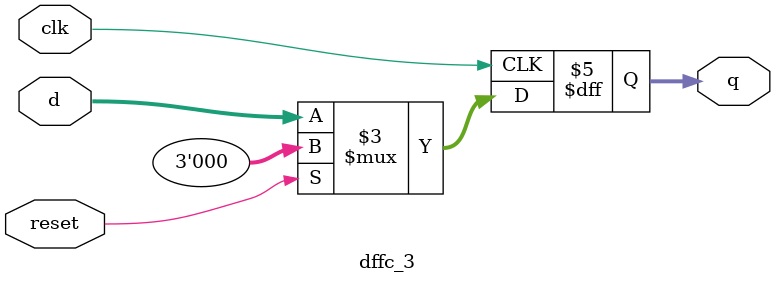
<source format=v>

`celldefine


module dff_48 ( clk, d, q );
	// synthesis attribute keep_hierarchy dff_48 "true";
	input clk;
	input [47:0] d;
	output [47:0] q;
	reg [47:0] q;
	// synopsys translate_off
`ifdef RANDOM_INIT
	initial
	$random_init("q");
`endif
	// synopsys translate_on
	always @(posedge clk) begin
	q <= d;
	end
endmodule

// macexp MUX8 12
// macexp $size 115
// macexp $instance
// macexp s
// macexp i0
// macexp i1
// macexp i2
// macexp i3
// macexp i4
// macexp i5
// macexp i6
// macexp i7
// macexp o

module mux8_115 ( s, i0, i1, i2, i3, i4, i5, i6, i7, o );
	// synthesis attribute keep_hierarchy mux8_115 "true";
	input  [2:0] s;
	input  [114:0] i0, i1, i2, i3, i4, i5, i6, i7;
	output [114:0] o;
	wire [7:0] in0;
	wire [7:0] in1;
	wire [7:0] in2;
	wire [7:0] in3;
	wire [7:0] in4;
	wire [7:0] in5;
	wire [7:0] in6;
	wire [7:0] in7;
	wire [7:0] in8;
	wire [7:0] in9;
	wire [7:0] in10;
	wire [7:0] in11;
	wire [7:0] in12;
	wire [7:0] in13;
	wire [7:0] in14;
	wire [7:0] in15;
	wire [7:0] in16;
	wire [7:0] in17;
	wire [7:0] in18;
	wire [7:0] in19;
	wire [7:0] in20;
	wire [7:0] in21;
	wire [7:0] in22;
	wire [7:0] in23;
	wire [7:0] in24;
	wire [7:0] in25;
	wire [7:0] in26;
	wire [7:0] in27;
	wire [7:0] in28;
	wire [7:0] in29;
	wire [7:0] in30;
	wire [7:0] in31;
	wire [7:0] in32;
	wire [7:0] in33;
	wire [7:0] in34;
	wire [7:0] in35;
	wire [7:0] in36;
	wire [7:0] in37;
	wire [7:0] in38;
	wire [7:0] in39;
	wire [7:0] in40;
	wire [7:0] in41;
	wire [7:0] in42;
	wire [7:0] in43;
	wire [7:0] in44;
	wire [7:0] in45;
	wire [7:0] in46;
	wire [7:0] in47;
	wire [7:0] in48;
	wire [7:0] in49;
	wire [7:0] in50;
	wire [7:0] in51;
	wire [7:0] in52;
	wire [7:0] in53;
	wire [7:0] in54;
	wire [7:0] in55;
	wire [7:0] in56;
	wire [7:0] in57;
	wire [7:0] in58;
	wire [7:0] in59;
	wire [7:0] in60;
	wire [7:0] in61;
	wire [7:0] in62;
	wire [7:0] in63;
	wire [7:0] in64;
	wire [7:0] in65;
	wire [7:0] in66;
	wire [7:0] in67;
	wire [7:0] in68;
	wire [7:0] in69;
	wire [7:0] in70;
	wire [7:0] in71;
	wire [7:0] in72;
	wire [7:0] in73;
	wire [7:0] in74;
	wire [7:0] in75;
	wire [7:0] in76;
	wire [7:0] in77;
	wire [7:0] in78;
	wire [7:0] in79;
	wire [7:0] in80;
	wire [7:0] in81;
	wire [7:0] in82;
	wire [7:0] in83;
	wire [7:0] in84;
	wire [7:0] in85;
	wire [7:0] in86;
	wire [7:0] in87;
	wire [7:0] in88;
	wire [7:0] in89;
	wire [7:0] in90;
	wire [7:0] in91;
	wire [7:0] in92;
	wire [7:0] in93;
	wire [7:0] in94;
	wire [7:0] in95;
	wire [7:0] in96;
	wire [7:0] in97;
	wire [7:0] in98;
	wire [7:0] in99;
	wire [7:0] in100;
	wire [7:0] in101;
	wire [7:0] in102;
	wire [7:0] in103;
	wire [7:0] in104;
	wire [7:0] in105;
	wire [7:0] in106;
	wire [7:0] in107;
	wire [7:0] in108;
	wire [7:0] in109;
	wire [7:0] in110;
	wire [7:0] in111;
	wire [7:0] in112;
	wire [7:0] in113;
	wire [7:0] in114;
	assign in0[3:0] = {i3[0], i2[0], i1[0], i0[0]};
	assign in0[7:4] = {i7[0], i6[0], i5[0], i4[0]};
	assign in1[3:0] = {i3[1], i2[1], i1[1], i0[1]};
	assign in1[7:4] = {i7[1], i6[1], i5[1], i4[1]};
	mux8to1x2 m0 (.in0(in0), .sel0(s), .in1(in1), .sel1(s), .out(o[1:0]));
	assign in2[3:0] = {i3[2], i2[2], i1[2], i0[2]};
	assign in2[7:4] = {i7[2], i6[2], i5[2], i4[2]};
	assign in3[3:0] = {i3[3], i2[3], i1[3], i0[3]};
	assign in3[7:4] = {i7[3], i6[3], i5[3], i4[3]};
	mux8to1x2 m2 (.in0(in2), .sel0(s), .in1(in3), .sel1(s), .out(o[3:2]));
	assign in4[3:0] = {i3[4], i2[4], i1[4], i0[4]};
	assign in4[7:4] = {i7[4], i6[4], i5[4], i4[4]};
	assign in5[3:0] = {i3[5], i2[5], i1[5], i0[5]};
	assign in5[7:4] = {i7[5], i6[5], i5[5], i4[5]};
	mux8to1x2 m4 (.in0(in4), .sel0(s), .in1(in5), .sel1(s), .out(o[5:4]));
	assign in6[3:0] = {i3[6], i2[6], i1[6], i0[6]};
	assign in6[7:4] = {i7[6], i6[6], i5[6], i4[6]};
	assign in7[3:0] = {i3[7], i2[7], i1[7], i0[7]};
	assign in7[7:4] = {i7[7], i6[7], i5[7], i4[7]};
	mux8to1x2 m6 (.in0(in6), .sel0(s), .in1(in7), .sel1(s), .out(o[7:6]));
	assign in8[3:0] = {i3[8], i2[8], i1[8], i0[8]};
	assign in8[7:4] = {i7[8], i6[8], i5[8], i4[8]};
	assign in9[3:0] = {i3[9], i2[9], i1[9], i0[9]};
	assign in9[7:4] = {i7[9], i6[9], i5[9], i4[9]};
	mux8to1x2 m8 (.in0(in8), .sel0(s), .in1(in9), .sel1(s), .out(o[9:8]));
	assign in10[3:0] = {i3[10], i2[10], i1[10], i0[10]};
	assign in10[7:4] = {i7[10], i6[10], i5[10], i4[10]};
	assign in11[3:0] = {i3[11], i2[11], i1[11], i0[11]};
	assign in11[7:4] = {i7[11], i6[11], i5[11], i4[11]};
	mux8to1x2 m10 (.in0(in10), .sel0(s), .in1(in11), .sel1(s), .out(o[11:10]));
	assign in12[3:0] = {i3[12], i2[12], i1[12], i0[12]};
	assign in12[7:4] = {i7[12], i6[12], i5[12], i4[12]};
	assign in13[3:0] = {i3[13], i2[13], i1[13], i0[13]};
	assign in13[7:4] = {i7[13], i6[13], i5[13], i4[13]};
	mux8to1x2 m12 (.in0(in12), .sel0(s), .in1(in13), .sel1(s), .out(o[13:12]));
	assign in14[3:0] = {i3[14], i2[14], i1[14], i0[14]};
	assign in14[7:4] = {i7[14], i6[14], i5[14], i4[14]};
	assign in15[3:0] = {i3[15], i2[15], i1[15], i0[15]};
	assign in15[7:4] = {i7[15], i6[15], i5[15], i4[15]};
	mux8to1x2 m14 (.in0(in14), .sel0(s), .in1(in15), .sel1(s), .out(o[15:14]));
	assign in16[3:0] = {i3[16], i2[16], i1[16], i0[16]};
	assign in16[7:4] = {i7[16], i6[16], i5[16], i4[16]};
	assign in17[3:0] = {i3[17], i2[17], i1[17], i0[17]};
	assign in17[7:4] = {i7[17], i6[17], i5[17], i4[17]};
	mux8to1x2 m16 (.in0(in16), .sel0(s), .in1(in17), .sel1(s), .out(o[17:16]));
	assign in18[3:0] = {i3[18], i2[18], i1[18], i0[18]};
	assign in18[7:4] = {i7[18], i6[18], i5[18], i4[18]};
	assign in19[3:0] = {i3[19], i2[19], i1[19], i0[19]};
	assign in19[7:4] = {i7[19], i6[19], i5[19], i4[19]};
	mux8to1x2 m18 (.in0(in18), .sel0(s), .in1(in19), .sel1(s), .out(o[19:18]));
	assign in20[3:0] = {i3[20], i2[20], i1[20], i0[20]};
	assign in20[7:4] = {i7[20], i6[20], i5[20], i4[20]};
	assign in21[3:0] = {i3[21], i2[21], i1[21], i0[21]};
	assign in21[7:4] = {i7[21], i6[21], i5[21], i4[21]};
	mux8to1x2 m20 (.in0(in20), .sel0(s), .in1(in21), .sel1(s), .out(o[21:20]));
	assign in22[3:0] = {i3[22], i2[22], i1[22], i0[22]};
	assign in22[7:4] = {i7[22], i6[22], i5[22], i4[22]};
	assign in23[3:0] = {i3[23], i2[23], i1[23], i0[23]};
	assign in23[7:4] = {i7[23], i6[23], i5[23], i4[23]};
	mux8to1x2 m22 (.in0(in22), .sel0(s), .in1(in23), .sel1(s), .out(o[23:22]));
	assign in24[3:0] = {i3[24], i2[24], i1[24], i0[24]};
	assign in24[7:4] = {i7[24], i6[24], i5[24], i4[24]};
	assign in25[3:0] = {i3[25], i2[25], i1[25], i0[25]};
	assign in25[7:4] = {i7[25], i6[25], i5[25], i4[25]};
	mux8to1x2 m24 (.in0(in24), .sel0(s), .in1(in25), .sel1(s), .out(o[25:24]));
	assign in26[3:0] = {i3[26], i2[26], i1[26], i0[26]};
	assign in26[7:4] = {i7[26], i6[26], i5[26], i4[26]};
	assign in27[3:0] = {i3[27], i2[27], i1[27], i0[27]};
	assign in27[7:4] = {i7[27], i6[27], i5[27], i4[27]};
	mux8to1x2 m26 (.in0(in26), .sel0(s), .in1(in27), .sel1(s), .out(o[27:26]));
	assign in28[3:0] = {i3[28], i2[28], i1[28], i0[28]};
	assign in28[7:4] = {i7[28], i6[28], i5[28], i4[28]};
	assign in29[3:0] = {i3[29], i2[29], i1[29], i0[29]};
	assign in29[7:4] = {i7[29], i6[29], i5[29], i4[29]};
	mux8to1x2 m28 (.in0(in28), .sel0(s), .in1(in29), .sel1(s), .out(o[29:28]));
	assign in30[3:0] = {i3[30], i2[30], i1[30], i0[30]};
	assign in30[7:4] = {i7[30], i6[30], i5[30], i4[30]};
	assign in31[3:0] = {i3[31], i2[31], i1[31], i0[31]};
	assign in31[7:4] = {i7[31], i6[31], i5[31], i4[31]};
	mux8to1x2 m30 (.in0(in30), .sel0(s), .in1(in31), .sel1(s), .out(o[31:30]));
	assign in32[3:0] = {i3[32], i2[32], i1[32], i0[32]};
	assign in32[7:4] = {i7[32], i6[32], i5[32], i4[32]};
	assign in33[3:0] = {i3[33], i2[33], i1[33], i0[33]};
	assign in33[7:4] = {i7[33], i6[33], i5[33], i4[33]};
	mux8to1x2 m32 (.in0(in32), .sel0(s), .in1(in33), .sel1(s), .out(o[33:32]));
	assign in34[3:0] = {i3[34], i2[34], i1[34], i0[34]};
	assign in34[7:4] = {i7[34], i6[34], i5[34], i4[34]};
	assign in35[3:0] = {i3[35], i2[35], i1[35], i0[35]};
	assign in35[7:4] = {i7[35], i6[35], i5[35], i4[35]};
	mux8to1x2 m34 (.in0(in34), .sel0(s), .in1(in35), .sel1(s), .out(o[35:34]));
	assign in36[3:0] = {i3[36], i2[36], i1[36], i0[36]};
	assign in36[7:4] = {i7[36], i6[36], i5[36], i4[36]};
	assign in37[3:0] = {i3[37], i2[37], i1[37], i0[37]};
	assign in37[7:4] = {i7[37], i6[37], i5[37], i4[37]};
	mux8to1x2 m36 (.in0(in36), .sel0(s), .in1(in37), .sel1(s), .out(o[37:36]));
	assign in38[3:0] = {i3[38], i2[38], i1[38], i0[38]};
	assign in38[7:4] = {i7[38], i6[38], i5[38], i4[38]};
	assign in39[3:0] = {i3[39], i2[39], i1[39], i0[39]};
	assign in39[7:4] = {i7[39], i6[39], i5[39], i4[39]};
	mux8to1x2 m38 (.in0(in38), .sel0(s), .in1(in39), .sel1(s), .out(o[39:38]));
	assign in40[3:0] = {i3[40], i2[40], i1[40], i0[40]};
	assign in40[7:4] = {i7[40], i6[40], i5[40], i4[40]};
	assign in41[3:0] = {i3[41], i2[41], i1[41], i0[41]};
	assign in41[7:4] = {i7[41], i6[41], i5[41], i4[41]};
	mux8to1x2 m40 (.in0(in40), .sel0(s), .in1(in41), .sel1(s), .out(o[41:40]));
	assign in42[3:0] = {i3[42], i2[42], i1[42], i0[42]};
	assign in42[7:4] = {i7[42], i6[42], i5[42], i4[42]};
	assign in43[3:0] = {i3[43], i2[43], i1[43], i0[43]};
	assign in43[7:4] = {i7[43], i6[43], i5[43], i4[43]};
	mux8to1x2 m42 (.in0(in42), .sel0(s), .in1(in43), .sel1(s), .out(o[43:42]));
	assign in44[3:0] = {i3[44], i2[44], i1[44], i0[44]};
	assign in44[7:4] = {i7[44], i6[44], i5[44], i4[44]};
	assign in45[3:0] = {i3[45], i2[45], i1[45], i0[45]};
	assign in45[7:4] = {i7[45], i6[45], i5[45], i4[45]};
	mux8to1x2 m44 (.in0(in44), .sel0(s), .in1(in45), .sel1(s), .out(o[45:44]));
	assign in46[3:0] = {i3[46], i2[46], i1[46], i0[46]};
	assign in46[7:4] = {i7[46], i6[46], i5[46], i4[46]};
	assign in47[3:0] = {i3[47], i2[47], i1[47], i0[47]};
	assign in47[7:4] = {i7[47], i6[47], i5[47], i4[47]};
	mux8to1x2 m46 (.in0(in46), .sel0(s), .in1(in47), .sel1(s), .out(o[47:46]));
	assign in48[3:0] = {i3[48], i2[48], i1[48], i0[48]};
	assign in48[7:4] = {i7[48], i6[48], i5[48], i4[48]};
	assign in49[3:0] = {i3[49], i2[49], i1[49], i0[49]};
	assign in49[7:4] = {i7[49], i6[49], i5[49], i4[49]};
	mux8to1x2 m48 (.in0(in48), .sel0(s), .in1(in49), .sel1(s), .out(o[49:48]));
	assign in50[3:0] = {i3[50], i2[50], i1[50], i0[50]};
	assign in50[7:4] = {i7[50], i6[50], i5[50], i4[50]};
	assign in51[3:0] = {i3[51], i2[51], i1[51], i0[51]};
	assign in51[7:4] = {i7[51], i6[51], i5[51], i4[51]};
	mux8to1x2 m50 (.in0(in50), .sel0(s), .in1(in51), .sel1(s), .out(o[51:50]));
	assign in52[3:0] = {i3[52], i2[52], i1[52], i0[52]};
	assign in52[7:4] = {i7[52], i6[52], i5[52], i4[52]};
	assign in53[3:0] = {i3[53], i2[53], i1[53], i0[53]};
	assign in53[7:4] = {i7[53], i6[53], i5[53], i4[53]};
	mux8to1x2 m52 (.in0(in52), .sel0(s), .in1(in53), .sel1(s), .out(o[53:52]));
	assign in54[3:0] = {i3[54], i2[54], i1[54], i0[54]};
	assign in54[7:4] = {i7[54], i6[54], i5[54], i4[54]};
	assign in55[3:0] = {i3[55], i2[55], i1[55], i0[55]};
	assign in55[7:4] = {i7[55], i6[55], i5[55], i4[55]};
	mux8to1x2 m54 (.in0(in54), .sel0(s), .in1(in55), .sel1(s), .out(o[55:54]));
	assign in56[3:0] = {i3[56], i2[56], i1[56], i0[56]};
	assign in56[7:4] = {i7[56], i6[56], i5[56], i4[56]};
	assign in57[3:0] = {i3[57], i2[57], i1[57], i0[57]};
	assign in57[7:4] = {i7[57], i6[57], i5[57], i4[57]};
	mux8to1x2 m56 (.in0(in56), .sel0(s), .in1(in57), .sel1(s), .out(o[57:56]));
	assign in58[3:0] = {i3[58], i2[58], i1[58], i0[58]};
	assign in58[7:4] = {i7[58], i6[58], i5[58], i4[58]};
	assign in59[3:0] = {i3[59], i2[59], i1[59], i0[59]};
	assign in59[7:4] = {i7[59], i6[59], i5[59], i4[59]};
	mux8to1x2 m58 (.in0(in58), .sel0(s), .in1(in59), .sel1(s), .out(o[59:58]));
	assign in60[3:0] = {i3[60], i2[60], i1[60], i0[60]};
	assign in60[7:4] = {i7[60], i6[60], i5[60], i4[60]};
	assign in61[3:0] = {i3[61], i2[61], i1[61], i0[61]};
	assign in61[7:4] = {i7[61], i6[61], i5[61], i4[61]};
	mux8to1x2 m60 (.in0(in60), .sel0(s), .in1(in61), .sel1(s), .out(o[61:60]));
	assign in62[3:0] = {i3[62], i2[62], i1[62], i0[62]};
	assign in62[7:4] = {i7[62], i6[62], i5[62], i4[62]};
	assign in63[3:0] = {i3[63], i2[63], i1[63], i0[63]};
	assign in63[7:4] = {i7[63], i6[63], i5[63], i4[63]};
	mux8to1x2 m62 (.in0(in62), .sel0(s), .in1(in63), .sel1(s), .out(o[63:62]));
	assign in64[3:0] = {i3[64], i2[64], i1[64], i0[64]};
	assign in64[7:4] = {i7[64], i6[64], i5[64], i4[64]};
	assign in65[3:0] = {i3[65], i2[65], i1[65], i0[65]};
	assign in65[7:4] = {i7[65], i6[65], i5[65], i4[65]};
	mux8to1x2 m64 (.in0(in64), .sel0(s), .in1(in65), .sel1(s), .out(o[65:64]));
	assign in66[3:0] = {i3[66], i2[66], i1[66], i0[66]};
	assign in66[7:4] = {i7[66], i6[66], i5[66], i4[66]};
	assign in67[3:0] = {i3[67], i2[67], i1[67], i0[67]};
	assign in67[7:4] = {i7[67], i6[67], i5[67], i4[67]};
	mux8to1x2 m66 (.in0(in66), .sel0(s), .in1(in67), .sel1(s), .out(o[67:66]));
	assign in68[3:0] = {i3[68], i2[68], i1[68], i0[68]};
	assign in68[7:4] = {i7[68], i6[68], i5[68], i4[68]};
	assign in69[3:0] = {i3[69], i2[69], i1[69], i0[69]};
	assign in69[7:4] = {i7[69], i6[69], i5[69], i4[69]};
	mux8to1x2 m68 (.in0(in68), .sel0(s), .in1(in69), .sel1(s), .out(o[69:68]));
	assign in70[3:0] = {i3[70], i2[70], i1[70], i0[70]};
	assign in70[7:4] = {i7[70], i6[70], i5[70], i4[70]};
	assign in71[3:0] = {i3[71], i2[71], i1[71], i0[71]};
	assign in71[7:4] = {i7[71], i6[71], i5[71], i4[71]};
	mux8to1x2 m70 (.in0(in70), .sel0(s), .in1(in71), .sel1(s), .out(o[71:70]));
	assign in72[3:0] = {i3[72], i2[72], i1[72], i0[72]};
	assign in72[7:4] = {i7[72], i6[72], i5[72], i4[72]};
	assign in73[3:0] = {i3[73], i2[73], i1[73], i0[73]};
	assign in73[7:4] = {i7[73], i6[73], i5[73], i4[73]};
	mux8to1x2 m72 (.in0(in72), .sel0(s), .in1(in73), .sel1(s), .out(o[73:72]));
	assign in74[3:0] = {i3[74], i2[74], i1[74], i0[74]};
	assign in74[7:4] = {i7[74], i6[74], i5[74], i4[74]};
	assign in75[3:0] = {i3[75], i2[75], i1[75], i0[75]};
	assign in75[7:4] = {i7[75], i6[75], i5[75], i4[75]};
	mux8to1x2 m74 (.in0(in74), .sel0(s), .in1(in75), .sel1(s), .out(o[75:74]));
	assign in76[3:0] = {i3[76], i2[76], i1[76], i0[76]};
	assign in76[7:4] = {i7[76], i6[76], i5[76], i4[76]};
	assign in77[3:0] = {i3[77], i2[77], i1[77], i0[77]};
	assign in77[7:4] = {i7[77], i6[77], i5[77], i4[77]};
	mux8to1x2 m76 (.in0(in76), .sel0(s), .in1(in77), .sel1(s), .out(o[77:76]));
	assign in78[3:0] = {i3[78], i2[78], i1[78], i0[78]};
	assign in78[7:4] = {i7[78], i6[78], i5[78], i4[78]};
	assign in79[3:0] = {i3[79], i2[79], i1[79], i0[79]};
	assign in79[7:4] = {i7[79], i6[79], i5[79], i4[79]};
	mux8to1x2 m78 (.in0(in78), .sel0(s), .in1(in79), .sel1(s), .out(o[79:78]));
	assign in80[3:0] = {i3[80], i2[80], i1[80], i0[80]};
	assign in80[7:4] = {i7[80], i6[80], i5[80], i4[80]};
	assign in81[3:0] = {i3[81], i2[81], i1[81], i0[81]};
	assign in81[7:4] = {i7[81], i6[81], i5[81], i4[81]};
	mux8to1x2 m80 (.in0(in80), .sel0(s), .in1(in81), .sel1(s), .out(o[81:80]));
	assign in82[3:0] = {i3[82], i2[82], i1[82], i0[82]};
	assign in82[7:4] = {i7[82], i6[82], i5[82], i4[82]};
	assign in83[3:0] = {i3[83], i2[83], i1[83], i0[83]};
	assign in83[7:4] = {i7[83], i6[83], i5[83], i4[83]};
	mux8to1x2 m82 (.in0(in82), .sel0(s), .in1(in83), .sel1(s), .out(o[83:82]));
	assign in84[3:0] = {i3[84], i2[84], i1[84], i0[84]};
	assign in84[7:4] = {i7[84], i6[84], i5[84], i4[84]};
	assign in85[3:0] = {i3[85], i2[85], i1[85], i0[85]};
	assign in85[7:4] = {i7[85], i6[85], i5[85], i4[85]};
	mux8to1x2 m84 (.in0(in84), .sel0(s), .in1(in85), .sel1(s), .out(o[85:84]));
	assign in86[3:0] = {i3[86], i2[86], i1[86], i0[86]};
	assign in86[7:4] = {i7[86], i6[86], i5[86], i4[86]};
	assign in87[3:0] = {i3[87], i2[87], i1[87], i0[87]};
	assign in87[7:4] = {i7[87], i6[87], i5[87], i4[87]};
	mux8to1x2 m86 (.in0(in86), .sel0(s), .in1(in87), .sel1(s), .out(o[87:86]));
	assign in88[3:0] = {i3[88], i2[88], i1[88], i0[88]};
	assign in88[7:4] = {i7[88], i6[88], i5[88], i4[88]};
	assign in89[3:0] = {i3[89], i2[89], i1[89], i0[89]};
	assign in89[7:4] = {i7[89], i6[89], i5[89], i4[89]};
	mux8to1x2 m88 (.in0(in88), .sel0(s), .in1(in89), .sel1(s), .out(o[89:88]));
	assign in90[3:0] = {i3[90], i2[90], i1[90], i0[90]};
	assign in90[7:4] = {i7[90], i6[90], i5[90], i4[90]};
	assign in91[3:0] = {i3[91], i2[91], i1[91], i0[91]};
	assign in91[7:4] = {i7[91], i6[91], i5[91], i4[91]};
	mux8to1x2 m90 (.in0(in90), .sel0(s), .in1(in91), .sel1(s), .out(o[91:90]));
	assign in92[3:0] = {i3[92], i2[92], i1[92], i0[92]};
	assign in92[7:4] = {i7[92], i6[92], i5[92], i4[92]};
	assign in93[3:0] = {i3[93], i2[93], i1[93], i0[93]};
	assign in93[7:4] = {i7[93], i6[93], i5[93], i4[93]};
	mux8to1x2 m92 (.in0(in92), .sel0(s), .in1(in93), .sel1(s), .out(o[93:92]));
	assign in94[3:0] = {i3[94], i2[94], i1[94], i0[94]};
	assign in94[7:4] = {i7[94], i6[94], i5[94], i4[94]};
	assign in95[3:0] = {i3[95], i2[95], i1[95], i0[95]};
	assign in95[7:4] = {i7[95], i6[95], i5[95], i4[95]};
	mux8to1x2 m94 (.in0(in94), .sel0(s), .in1(in95), .sel1(s), .out(o[95:94]));
	assign in96[3:0] = {i3[96], i2[96], i1[96], i0[96]};
	assign in96[7:4] = {i7[96], i6[96], i5[96], i4[96]};
	assign in97[3:0] = {i3[97], i2[97], i1[97], i0[97]};
	assign in97[7:4] = {i7[97], i6[97], i5[97], i4[97]};
	mux8to1x2 m96 (.in0(in96), .sel0(s), .in1(in97), .sel1(s), .out(o[97:96]));
	assign in98[3:0] = {i3[98], i2[98], i1[98], i0[98]};
	assign in98[7:4] = {i7[98], i6[98], i5[98], i4[98]};
	assign in99[3:0] = {i3[99], i2[99], i1[99], i0[99]};
	assign in99[7:4] = {i7[99], i6[99], i5[99], i4[99]};
	mux8to1x2 m98 (.in0(in98), .sel0(s), .in1(in99), .sel1(s), .out(o[99:98]));
	assign in100[3:0] = {i3[100], i2[100], i1[100], i0[100]};
	assign in100[7:4] = {i7[100], i6[100], i5[100], i4[100]};
	assign in101[3:0] = {i3[101], i2[101], i1[101], i0[101]};
	assign in101[7:4] = {i7[101], i6[101], i5[101], i4[101]};
	mux8to1x2 m100 (.in0(in100), .sel0(s), .in1(in101), .sel1(s), .out(o[101:100]));
	assign in102[3:0] = {i3[102], i2[102], i1[102], i0[102]};
	assign in102[7:4] = {i7[102], i6[102], i5[102], i4[102]};
	assign in103[3:0] = {i3[103], i2[103], i1[103], i0[103]};
	assign in103[7:4] = {i7[103], i6[103], i5[103], i4[103]};
	mux8to1x2 m102 (.in0(in102), .sel0(s), .in1(in103), .sel1(s), .out(o[103:102]));
	assign in104[3:0] = {i3[104], i2[104], i1[104], i0[104]};
	assign in104[7:4] = {i7[104], i6[104], i5[104], i4[104]};
	assign in105[3:0] = {i3[105], i2[105], i1[105], i0[105]};
	assign in105[7:4] = {i7[105], i6[105], i5[105], i4[105]};
	mux8to1x2 m104 (.in0(in104), .sel0(s), .in1(in105), .sel1(s), .out(o[105:104]));
	assign in106[3:0] = {i3[106], i2[106], i1[106], i0[106]};
	assign in106[7:4] = {i7[106], i6[106], i5[106], i4[106]};
	assign in107[3:0] = {i3[107], i2[107], i1[107], i0[107]};
	assign in107[7:4] = {i7[107], i6[107], i5[107], i4[107]};
	mux8to1x2 m106 (.in0(in106), .sel0(s), .in1(in107), .sel1(s), .out(o[107:106]));
	assign in108[3:0] = {i3[108], i2[108], i1[108], i0[108]};
	assign in108[7:4] = {i7[108], i6[108], i5[108], i4[108]};
	assign in109[3:0] = {i3[109], i2[109], i1[109], i0[109]};
	assign in109[7:4] = {i7[109], i6[109], i5[109], i4[109]};
	mux8to1x2 m108 (.in0(in108), .sel0(s), .in1(in109), .sel1(s), .out(o[109:108]));
	assign in110[3:0] = {i3[110], i2[110], i1[110], i0[110]};
	assign in110[7:4] = {i7[110], i6[110], i5[110], i4[110]};
	assign in111[3:0] = {i3[111], i2[111], i1[111], i0[111]};
	assign in111[7:4] = {i7[111], i6[111], i5[111], i4[111]};
	mux8to1x2 m110 (.in0(in110), .sel0(s), .in1(in111), .sel1(s), .out(o[111:110]));
	assign in112[3:0] = {i3[112], i2[112], i1[112], i0[112]};
	assign in112[7:4] = {i7[112], i6[112], i5[112], i4[112]};
	assign in113[3:0] = {i3[113], i2[113], i1[113], i0[113]};
	assign in113[7:4] = {i7[113], i6[113], i5[113], i4[113]};
	mux8to1x2 m112 (.in0(in112), .sel0(s), .in1(in113), .sel1(s), .out(o[113:112]));
	wire [3:0] m0i;
	wire [3:0] m1i;
	wire m0o;
	wire m1o;
	assign in114 = {i7[114], i6[114], i5[114], i4[114], 
	i3[114], i2[114], i1[114], i0[114]};
	assign m0i = in114[3:0];
	assign m1i = in114[7:4];
	assign m0o = m0i[s[1:0]];
	assign m1o = m1i[s[1:0]];
	MUXF7 m114 (.S(s[2]), .I0(m0o), .I1(m1o), .O(o[114]));
endmodule

// macexp DFF 5
// macexp $size 9
// macexp $instance
// macexp clk
// macexp d
// macexp q

module dff_9 ( clk, d, q );
	// synthesis attribute keep_hierarchy dff_9 "true";
	input clk;
	input [8:0] d;
	output [8:0] q;
	reg [8:0] q;
	// synopsys translate_off
`ifdef RANDOM_INIT
	initial
	$random_init("q");
`endif
	// synopsys translate_on
	always @(posedge clk) begin
	q <= d;
	end
endmodule

// macexp DFFC 6
// macexp $size 1
// macexp $instance
// macexp clk
// macexp reset
// macexp d
// macexp q

module dffc_1 ( clk, reset, d, q );
	// synthesis attribute keep_hierarchy dffc_1 "true";
	input clk;
	input reset;
	input d;
	output q;
	reg q;
	// synopsys translate_off
`ifdef RANDOM_INIT
	initial
	$random_init("q");
`endif
`ifdef CHK_RESET_EOS
	assert_quiescent_state #(0,1,0, 
	"***ERROR ASSERT: reset still asserted at end of simulation")
	a0(.clk(clk),.reset_n(1'b1), .state_expr(reset),
	.check_value(1'b0), .sample_event(1'b0));
`endif
	// synopsys translate_on
	always @(posedge clk) begin
	if (reset)
	q <= 1'b0;
	else
	q <= d;
	end
endmodule

// macexp DFFC 6
// macexp $size 9
// macexp $instance
// macexp clk
// macexp reset
// macexp d
// macexp q

module dffc_9 ( clk, reset, d, q );
	// synthesis attribute keep_hierarchy dffc_9 "true";
	input clk;
	input reset;
	input [8:0] d;
	output [8:0] q;
	reg [8:0] q;
	// synopsys translate_off
`ifdef RANDOM_INIT
	initial
	$random_init("q");
`endif
`ifdef CHK_RESET_EOS
	assert_quiescent_state #(0,1,0, 
	"***ERROR ASSERT: reset still asserted at end of simulation")
	a0(.clk(clk),.reset_n(1'b1), .state_expr(reset),
	.check_value(1'b0), .sample_event(1'b0));
`endif
	// synopsys translate_on
	always @(posedge clk) begin
	if (reset)
	q <= 9'b0;
	else
	q <= d;
	end
endmodule

// macexp SYNC2 5
// macexp $size 6
// macexp $instance
// macexp clk
// macexp d
// macexp q

module sync2_6 ( clk, d, q );
	// synthesis attribute keep_hierarchy sync2_6 "true";
	// synthesis attribute equivalent_register_removal sync2_6 "no";
	// synthesis attribute register_duplication sync2_6 "no";
	// synthesis attribute shift_extract sync2_6 "no";
	// synthesis attribute shreg_extract sync2_6 "no";
	input clk;
	input [5:0] d;
	output [5:0] q;
	// the simulation model has an extra register compared to the
	//   real 2 stage synchronizer in order to delay the input change
	//   by 1, 2 or 3 cycles
	// synthesis attribute keep q "true";
	(* register_duplication = "no" *)
	(* shreg_extract = "no" *)
	(* equivalent_register_removal = "no" *)
	(* S = "TRUE" *)
	(* KEEP = "TRUE" *)
	reg [5:0] /* synthesis syn_preserve = 1 */ q;
	reg [5:0] c_q;
	(* register_duplication = "no" *)
	(* shreg_extract = "no" *)
	(* equivalent_register_removal = "no" *)
	(* S = "TRUE" *)
	(* KEEP = "TRUE" *)
	// synthesis attribute keep meta1 "true";
	reg [5:0] /* synthesis syn_preserve = 1 */ meta1;
	// synopsys translate_off
`ifdef RANDOM_INIT
	reg [5:0] c_meta2;
	reg [5:0] meta2;
`endif
	// synopsys translate_on
	// synopsys translate_off
`ifdef RANDOM_INIT
	reg [31:0] seed;
	initial
	begin
	$random_init("q", "meta1", "meta2");
	$random_value("seed");
	end
`endif
	// synopsys translate_on
	always @ (meta1 
	// synopsys translate_off
`ifdef RANDOM_INIT
	or d or meta2
`endif
	// synopsys translate_on
	) begin
	c_q = meta1;
	// synopsys translate_off
`ifdef RANDOM_INIT
	c_meta2 = (d ^ meta1) & $random(seed);
	c_q = c_meta2 | ((meta1 ^ meta2) & $random(seed)) |
	(d & meta1 & meta2);
	c_meta2 = c_meta2 | (d & meta1);
`endif
	// synopsys translate_on
	end
	always @(posedge clk) begin
	meta1 <= d;
	// synopsys translate_off
`ifdef RANDOM_INIT
	meta2 <= c_meta2;
`endif
	// synopsys translate_on
	q <= c_q;
	end
endmodule

// macexp MUX2 6
// macexp $size 1
// macexp $instance
// macexp s
// macexp i0
// macexp i1
// macexp o

module mux2_1 ( s, i0, i1, o );
	// synthesis attribute keep_hierarchy mux2_1 "no";
	input s;
	input i0, i1;
	output o;
	wire [1:0] mi;
	assign mi = {i1, i0};
	assign o = mi[s];
endmodule

// macexp DFFL 6
// macexp $size 34
// macexp $instance
// macexp clk
// macexp ld
// macexp d
// macexp q

module dffl_34 ( clk, ld, d, q );
	// synthesis attribute keep_hierarchy dffl_34 "true";
	input clk;
	input ld;
	input [33:0] d;
	output [33:0] q;
	reg [33:0] q;
	// synopsys translate_off
`ifdef RANDOM_INIT
	initial
	$random_init("q");
`endif
	// synopsys translate_on
	always @(posedge clk) begin
	// leda XV2P_1006 off Multiple synchronous resets detected
	// leda XV2P_1007 off Multiple synchronous resets detected
	// leda G_551_1_K off Multiple synchronous resets detected
	if (ld)
	q <= d;
	// leda XV2P_1006 on Multiple synchronous resets detected
	// leda XV2P_1007 on Multiple synchronous resets detected
	// leda G_551_1_K on Multiple synchronous resets detected
	end
endmodule

// macexp PHASEGEN 7
// macexp $size 1
// macexp $instance
// macexp clk
// macexp clk_2x
// macexp set
// macexp phase
// macexp reset

module phasegen_1 ( clk, clk_2x, set, phase, reset );
	// synthesis attribute keep_hierarchy phasegen_1 "true";
	// synthesis attribute equivalent_register_removal phasegen_1 "no";
	// synthesis attribute shift_extract phasegen_1 "no";
	// synthesis attribute shreg_extract phasegen_1 "no";
	input clk;
	input clk_2x;
	input set;
	output phase;
	output reset;
	// synopsys translate_off
`ifdef CHK_RESET_EOS
	assert_quiescent_state #(0,1,0, 
	"***ERROR ASSERT: set still asserted at end of simulation")
	a0(.clk(clk),.reset_n(1'b1), .state_expr(set),
	.check_value(1'b0), .sample_event(1'b0));
`endif
	// synopsys translate_on
	wire my_zero, set_ls;
	assign reset = set_ls;
	LUT1_L #(
	.INIT(2'h0)
	) rset_ls_lut (
	.LO(my_zero),
	.I0(set_ls)
	);
	FDS rset_ls (
	.Q(set_ls), 
	.C(clk), 
	.D(my_zero), 
	.S(set)
	);
	FDS rphase (
	.Q(phase), 
	.C(clk_2x), 
	.D(~phase), 
	.S(set_ls)
	);
endmodule

// macexp DFF 5
// macexp $size 5
// macexp $instance
// macexp clk
// macexp d
// macexp q

module dff_5 ( clk, d, q );
	// synthesis attribute keep_hierarchy dff_5 "true";
	input clk;
	input [4:0] d;
	output [4:0] q;
	reg [4:0] q;
	// synopsys translate_off
`ifdef RANDOM_INIT
	initial
	$random_init("q");
`endif
	// synopsys translate_on
	always @(posedge clk) begin
	q <= d;
	end
endmodule

// macexp REGFILE 10
// macexp $depth 8
// macexp $size 12
// macexp $instance
// macexp clk_wr
// macexp wr_en
// macexp wr_addr
// macexp wr_data
// macexp clk_rd
// macexp rd_addr
// macexp rd_data

module regfile_8x12 ( clk_wr, wr_en, wr_addr, wr_data, clk_rd, rd_addr, rd_data );
	// synthesis attribute keep_hierarchy regfile_8x12 "true";
	input clk_wr, clk_rd;
	input wr_en;
	input  [2:0] wr_addr;
	input  [11:0] wr_data;
	input  [2:0] rd_addr;
	output [11:0] rd_data;
	// leda XV2P_1610 off [STRONG WARNING] Detected two-dimensional array opportunity for RAM inference
	// leda XV2_1610 off [STRONG WARNING] Detected two-dimensional array opportunity for RAM inference
	// leda XV4_1610 off [STRONG WARNING] Detected two-dimensional array opportunity for RAM inference
	reg    [11:0] data [8 - 1:0];
	// leda XV2P_1610 on [STRONG WARNING] Detected two-dimensional array opportunity for RAM inference
	// leda XV2_1610 on [STRONG WARNING] Detected two-dimensional array opportunity for RAM inference
	// leda XV4_1610 on [STRONG WARNING] Detected two-dimensional array opportunity for RAM inference
	reg	[2:0]    r_rd_addr;
	// synopsys translate_off
`ifdef RANDOM_INIT
	initial
	begin
	$random_init("r_rd_addr", "data");
	end
`endif
	// synopsys translate_on
	always @(posedge clk_wr)
	begin
	if (wr_en) begin
	// synopsys translate_off
	if (wr_addr >= 8) begin
	data[7] <= ~(12'b0);
	data[6] <= ~(12'b0);
	data[5] <= ~(12'b0);
	data[4] <= ~(12'b0);
	data[3] <= ~(12'b0);
	data[2] <= ~(12'b0);
	data[1] <= ~(12'b0);
	data[0] <= ~(12'b0);
	end
	else
	// synopsys translate_on
	data[wr_addr] <= wr_data;
	end
	end
	// leda VER_1_4_4_1 off Do not use multiple clocks in a module
	// leda DFT_006 off 2 clocks in a block
	// leda W389 off 2 clocks in the module
	// leda B_1202 off 2 clocks in this unit detected
	always @(posedge clk_rd)
	r_rd_addr <= rd_addr;
	// leda VER_1_4_4_1 on Do not use multiple clocks in a module
	// leda DFT_006 on 2 clocks in a block
	// leda W389 on 2 clocks in the module
	// leda B_1202 on 2 clocks in this unit detected
	assign rd_data = 
	// synopsys translate_off
	(r_rd_addr >= 8) ? ~(12'b0) :
	// synopsys translate_on
	data[r_rd_addr];
endmodule

// macexp REGFILE 10
// macexp $depth 8
// macexp $size 11
// macexp $instance
// macexp clk_wr
// macexp wr_en
// macexp wr_addr
// macexp wr_data
// macexp clk_rd
// macexp rd_addr
// macexp rd_data

module regfile_8x11 ( clk_wr, wr_en, wr_addr, wr_data, clk_rd, rd_addr, rd_data );
	// synthesis attribute keep_hierarchy regfile_8x11 "true";
	input clk_wr, clk_rd;
	input wr_en;
	input  [2:0] wr_addr;
	input  [10:0] wr_data;
	input  [2:0] rd_addr;
	output [10:0] rd_data;
	// leda XV2P_1610 off [STRONG WARNING] Detected two-dimensional array opportunity for RAM inference
	// leda XV2_1610 off [STRONG WARNING] Detected two-dimensional array opportunity for RAM inference
	// leda XV4_1610 off [STRONG WARNING] Detected two-dimensional array opportunity for RAM inference
	reg    [10:0] data [8 - 1:0];
	// leda XV2P_1610 on [STRONG WARNING] Detected two-dimensional array opportunity for RAM inference
	// leda XV2_1610 on [STRONG WARNING] Detected two-dimensional array opportunity for RAM inference
	// leda XV4_1610 on [STRONG WARNING] Detected two-dimensional array opportunity for RAM inference
	reg	[2:0]    r_rd_addr;
	// synopsys translate_off
`ifdef RANDOM_INIT
	initial
	begin
	$random_init("r_rd_addr", "data");
	end
`endif
	// synopsys translate_on
	always @(posedge clk_wr)
	begin
	if (wr_en) begin
	// synopsys translate_off
	if (wr_addr >= 8) begin
	data[7] <= ~(11'b0);
	data[6] <= ~(11'b0);
	data[5] <= ~(11'b0);
	data[4] <= ~(11'b0);
	data[3] <= ~(11'b0);
	data[2] <= ~(11'b0);
	data[1] <= ~(11'b0);
	data[0] <= ~(11'b0);
	end
	else
	// synopsys translate_on
	data[wr_addr] <= wr_data;
	end
	end
	// leda VER_1_4_4_1 off Do not use multiple clocks in a module
	// leda DFT_006 off 2 clocks in a block
	// leda W389 off 2 clocks in the module
	// leda B_1202 off 2 clocks in this unit detected
	always @(posedge clk_rd)
	r_rd_addr <= rd_addr;
	// leda VER_1_4_4_1 on Do not use multiple clocks in a module
	// leda DFT_006 on 2 clocks in a block
	// leda W389 on 2 clocks in the module
	// leda B_1202 on 2 clocks in this unit detected
	assign rd_data = 
	// synopsys translate_off
	(r_rd_addr >= 8) ? ~(11'b0) :
	// synopsys translate_on
	data[r_rd_addr];
endmodule

// macexp DFF_KEEP 5
// macexp $size 1
// macexp $instance
// macexp clk
// macexp d
// macexp q

module dff_keep_1 ( clk, d, q );
	// synthesis attribute keep_hierarchy dff_keep_1 "true";
	// synthesis attribute equivalent_register_removal dff_keep_1 "no";
	// synthesis attribute shift_extract dff_keep_1 "no";
	// synthesis attribute shreg_extract dff_keep_1 "no";
	input clk;
	input d;
	// synthesis attribute keep q "true";
	output q;
	(* S = "TRUE" *)
	FD q0 (
	.Q(q),
	.C(clk),
	.D(d)
	);
endmodule

// macexp DFF_KEEP 5
// macexp $size 9
// macexp $instance
// macexp clk
// macexp d
// macexp q

module dff_keep_9 ( clk, d, q );
	// synthesis attribute keep_hierarchy dff_keep_9 "true";
	// synthesis attribute equivalent_register_removal dff_keep_9 "no";
	// synthesis attribute shift_extract dff_keep_9 "no";
	// synthesis attribute shreg_extract dff_keep_9 "no";
	input clk;
	input [8:0] d;
	// synthesis attribute keep q "true";
	output [8:0] q;
	(* S = "TRUE" *)
	FD q_0 (
	.Q(q[0]),
	.C(clk),
	.D(d[0])
	);
	(* S = "TRUE" *)
	FD q_1 (
	.Q(q[1]),
	.C(clk),
	.D(d[1])
	);
	(* S = "TRUE" *)
	FD q_2 (
	.Q(q[2]),
	.C(clk),
	.D(d[2])
	);
	(* S = "TRUE" *)
	FD q_3 (
	.Q(q[3]),
	.C(clk),
	.D(d[3])
	);
	(* S = "TRUE" *)
	FD q_4 (
	.Q(q[4]),
	.C(clk),
	.D(d[4])
	);
	(* S = "TRUE" *)
	FD q_5 (
	.Q(q[5]),
	.C(clk),
	.D(d[5])
	);
	(* S = "TRUE" *)
	FD q_6 (
	.Q(q[6]),
	.C(clk),
	.D(d[6])
	);
	(* S = "TRUE" *)
	FD q_7 (
	.Q(q[7]),
	.C(clk),
	.D(d[7])
	);
	(* S = "TRUE" *)
	FD q_8 (
	.Q(q[8]),
	.C(clk),
	.D(d[8])
	);
endmodule

// macexp DFF 5
// macexp $size 8
// macexp $instance
// macexp clk
// macexp d
// macexp q

module dff_8 ( clk, d, q );
	// synthesis attribute keep_hierarchy dff_8 "true";
	input clk;
	input [7:0] d;
	output [7:0] q;
	reg [7:0] q;
	// synopsys translate_off
`ifdef RANDOM_INIT
	initial
	$random_init("q");
`endif
	// synopsys translate_on
	always @(posedge clk) begin
	q <= d;
	end
endmodule

// macexp DFF 5
// macexp $size 16
// macexp $instance
// macexp clk
// macexp d
// macexp q

module dff_16 ( clk, d, q );
	// synthesis attribute keep_hierarchy dff_16 "true";
	input clk;
	input [15:0] d;
	output [15:0] q;
	reg [15:0] q;
	// synopsys translate_off
`ifdef RANDOM_INIT
	initial
	$random_init("q");
`endif
	// synopsys translate_on
	always @(posedge clk) begin
	q <= d;
	end
endmodule

// macexp DFF 5
// macexp $size 4
// macexp $instance
// macexp clk
// macexp d
// macexp q

module dff_4 ( clk, d, q );
	// synthesis attribute keep_hierarchy dff_4 "true";
	input clk;
	input [3:0] d;
	output [3:0] q;
	reg [3:0] q;
	// synopsys translate_off
`ifdef RANDOM_INIT
	initial
	$random_init("q");
`endif
	// synopsys translate_on
	always @(posedge clk) begin
	q <= d;
	end
endmodule

// macexp DFF 5
// macexp $size 6
// macexp $instance
// macexp clk
// macexp d
// macexp q

module dff_6 ( clk, d, q );
	// synthesis attribute keep_hierarchy dff_6 "true";
	input clk;
	input [5:0] d;
	output [5:0] q;
	reg [5:0] q;
	// synopsys translate_off
`ifdef RANDOM_INIT
	initial
	$random_init("q");
`endif
	// synopsys translate_on
	always @(posedge clk) begin
	q <= d;
	end
endmodule

// macexp DFFC_KEEP 6
// macexp $size 3
// macexp $instance
// macexp clk
// macexp reset
// macexp d
// macexp q

module dffc_keep_3 ( clk, reset, d, q );
	// synthesis attribute keep_hierarchy dffc_keep_3 "true";
	// synthesis attribute equivalent_register_removal dffc_keep_3 "no";
	// synthesis attribute shift_extract dffc_keep_3 "no";
	// synthesis attribute shreg_extract dffc_keep_3 "no";
	input clk;
	input reset;
	input [2:0] d;
	// synthesis attribute keep q "true";
	output [2:0] q;
	// synopsys translate_off
`ifdef CHK_RESET_EOS
	assert_quiescent_state #(0,1,0, 
	"***ERROR ASSERT: reset still asserted at end of simulation")
	a0(.clk(clk),.reset_n(1'b1), .state_expr(reset),
	.check_value(1'b0), .sample_event(1'b0));
`endif
	// synopsys translate_on
	(* S = "TRUE" *)
	FDR q_0 (
	.Q(q[0]),
	.C(clk),
	.R(reset),
	.D(d[0])
	);
	(* S = "TRUE" *)
	FDR q_1 (
	.Q(q[1]),
	.C(clk),
	.R(reset),
	.D(d[1])
	);
	(* S = "TRUE" *)
	FDR q_2 (
	.Q(q[2]),
	.C(clk),
	.R(reset),
	.D(d[2])
	);
endmodule

// macexp SYNC_PEDGE 5
// macexp $size 1
// macexp $instance
// macexp clk
// macexp d
// macexp pulse

module sync_pedge_1 ( clk, d, pulse );
	// synthesis attribute keep_hierarchy sync_pedge_1 "true";
	// synthesis attribute equivalent_register_removal sync_pedge_1 "no";
	// synthesis attribute register_duplication sync_pedge_1 "no";
	// synthesis attribute shift_extract sync_pedge_1 "no";
	// synthesis attribute shreg_extract sync_pedge_1 "no";
	input clk;
	input d;
	output pulse;
	reg pulse;
	reg q;
	reg c_q;
	// synthesis attribute keep meta1 "true";
	(* register_duplication = "no" *)
	(* shreg_extract = "no" *)
	(* equivalent_register_removal = "no" *)
	(* S = "TRUE" *)
	(* KEEP = "TRUE" *)
	reg /* synthesis syn_preserve = 1 */ meta1;
	// synthesis attribute keep meta2 "true";
	(* register_duplication = "no" *)
	(* shreg_extract = "no" *)
	(* equivalent_register_removal = "no" *)
	(* S = "TRUE" *)
	(* KEEP = "TRUE" *)
	reg /* synthesis syn_preserve = 1 */ meta2;
	reg c_meta2;
	// synopsys translate_off
`ifdef RANDOM_INIT
	reg meta3;
	reg c_meta3;
	reg rnd1, rnd2, in_change;
`endif
	// synopsys translate_on
	// the simulation mode has an extra register compared to the
	//   real 2 stage synchronizer in order to delay the input change
	//   by 1, 2 or 3 cycles.
	// synopsys translate_off
`ifdef RANDOM_INIT
	reg [31:0] seed;
	initial
	begin
	$random_init("q", "meta1", "meta2", "meta3");
	$random_value("seed");
	end
`endif
	// synopsys translate_on
	always @ (meta1 or meta2 or q
	// synopsys translate_off
`ifdef RANDOM_INIT
	or d or meta3
`endif
	// synopsys translate_on
	) begin
	pulse = ~q & meta2;
	c_q = meta2;
	c_meta2 = meta1;
	// synopsys translate_off
`ifdef RANDOM_INIT
	// the logic in front of the flops attempts to be careful not to
	// generate multiple edges into the pulse generator from a single
	// input edge while delaying the output edge by 1, 2 or 3 cycles.
	pulse = ~q & meta3;
	in_change = (d & ~(meta1 | meta2 | meta3)) |
	(~d & (meta1 & meta2 & meta3));
	c_meta2 = meta1;
	c_meta3 = meta2;
	c_q = meta3;
	if (in_change)
	begin
	rnd1 = $random(seed);
	rnd2 = $random(seed);
	c_meta3 = (~in_change & meta2) | (in_change & (d ^ (rnd1 | rnd2)
	));
	c_meta2 = (~in_change & meta1) | (in_change & (d ^ rnd1));
	end
`endif
	// synopsys translate_on
	end
	always @(posedge clk) begin
	meta1 <= d;
	meta2 <= c_meta2;
	// synopsys translate_off
`ifdef RANDOM_INIT
	meta3 <= c_meta3;
`endif
	// synopsys translate_on
	q <= c_q;
	end
endmodule

// macexp DFF 5
// macexp $size 2
// macexp $instance
// macexp clk
// macexp d
// macexp q

module dff_2 ( clk, d, q );
	// synthesis attribute keep_hierarchy dff_2 "true";
	input clk;
	input [1:0] d;
	output [1:0] q;
	reg [1:0] q;
	// synopsys translate_off
`ifdef RANDOM_INIT
	initial
	$random_init("q");
`endif
	// synopsys translate_on
	always @(posedge clk) begin
	q <= d;
	end
endmodule

// macexp SYNC2 5
// macexp $size 1
// macexp $instance
// macexp clk
// macexp d
// macexp q

module sync2_1 ( clk, d, q );
	// synthesis attribute keep_hierarchy sync2_1 "true";
	// synthesis attribute equivalent_register_removal sync2_1 "no";
	// synthesis attribute register_duplication sync2_1 "no";
	// synthesis attribute shift_extract sync2_1 "no";
	// synthesis attribute shreg_extract sync2_1 "no";
	input clk;
	input d;
	output q;
	// the simulation model has an extra register compared to the
	//   real 2 stage synchronizer in order to delay the input change
	//   by 1, 2 or 3 cycles
	// synthesis attribute keep q "true";
	(* register_duplication = "no" *)
	(* shreg_extract = "no" *)
	(* equivalent_register_removal = "no" *)
	(* S = "TRUE" *)
	(* KEEP = "TRUE" *)
	reg /* synthesis syn_preserve = 1 */ q;
	reg c_q;
	// synthesis attribute keep meta1 "true";
	(* register_duplication = "no" *)
	(* shreg_extract = "no" *)
	(* equivalent_register_removal = "no" *)
	(* S = "TRUE" *)
	(* KEEP = "TRUE" *)
	reg /* synthesis syn_preserve = 1 */ meta1;
	// synopsys translate_off
`ifdef RANDOM_INIT
	reg c_meta2;
	reg meta2;
`endif
	// synopsys translate_on
	// synopsys translate_off
`ifdef RANDOM_INIT
	reg [31:0] seed;
	initial
	begin
	$random_init("q", "meta1", "meta2");
	$random_value("seed");
	end
`endif
	// synopsys translate_on
	always @ (meta1 
	// synopsys translate_off
`ifdef RANDOM_INIT
	or d or meta2
`endif
	// synopsys translate_on
	) begin
	c_q = meta1;
	// synopsys translate_off
`ifdef RANDOM_INIT
	c_meta2 = (d ^ meta1) & $random(seed);
	c_q = c_meta2 | ((meta1 ^ meta2) & $random(seed)) |
	(d & meta1 & meta2);
	c_meta2 = c_meta2 | (d & meta1);
`endif
	// synopsys translate_on
	end
	always @(posedge clk) begin
	meta1 <= d;
	// synopsys translate_off
`ifdef RANDOM_INIT
	meta2 <= c_meta2;
`endif
	// synopsys translate_on
	q <= c_q;
	end
endmodule

// macexp REGFILE 10
// macexp $depth 8
// macexp $size 1
// macexp $instance
// macexp clk_wr
// macexp wr_en
// macexp wr_addr
// macexp wr_data
// macexp clk_rd
// macexp rd_addr
// macexp rd_data

module regfile_8x1 ( clk_wr, wr_en, wr_addr, wr_data, clk_rd, rd_addr, rd_data );
	// synthesis attribute keep_hierarchy regfile_8x1 "true";
	input clk_wr, clk_rd;
	input wr_en;
	input  [2:0] wr_addr;
	input                    wr_data;
	input  [2:0] rd_addr;
	output                   rd_data;
	// leda XV2P_1610 off [STRONG WARNING] Detected two-dimensional array opportunity for RAM inference
	// leda XV4_1610 off [STRONG WARNING] Detected two-dimensional array opportunity for RAM inference
	reg			     data [8 - 1:0];
	// leda XV2P_1610 on [STRONG WARNING] Detected two-dimensional array opportunity for RAM inference
	// leda XV4_1610 on [STRONG WARNING] Detected two-dimensional array opportunity for RAM inference
	reg	[2:0]    r_rd_addr;
	// synopsys translate_off
`ifdef RANDOM_INIT
	initial
	begin
	$random_init("r_rd_addr", "data");
	end
`endif
	// synopsys translate_on
	always @(posedge clk_wr)
	begin
	if (wr_en) begin
	// synopsys translate_off
	if (wr_addr >= 8) begin
	data[7] <= ~(1'b0);
	data[6] <= ~(1'b0);
	data[5] <= ~(1'b0);
	data[4] <= ~(1'b0);
	data[3] <= ~(1'b0);
	data[2] <= ~(1'b0);
	data[1] <= ~(1'b0);
	data[0] <= ~(1'b0);
	end
	else
	// synopsys translate_on
	data[wr_addr] <= wr_data;
	end
	end
	// leda VER_1_4_4_1 off Do not use multiple clocks in a module
	// leda DFT_006 off 2 clocks in a block
	// leda W389 off 2 clocks in the module
	// leda B_1202 off 2 clocks in this unit detected
	always @(posedge clk_rd)
	r_rd_addr <= rd_addr;
	// leda VER_1_4_4_1 on Do not use multiple clocks in a module
	// leda DFT_006 on 2 clocks in a block
	// leda W389 on 2 clocks in the module
	// leda B_1202 on 2 clocks in this unit detected
	assign rd_data = 
	// synopsys translate_off
	(r_rd_addr >= 8) ? ~(1'b0) :
	// synopsys translate_on
	data[r_rd_addr];
endmodule

// macexp ADDSUB 6
// macexp $size 6
// macexp $instance
// macexp i0
// macexp i1
// macexp s
// macexp sub

module addsub_6 ( i0, i1, s, sub );
	input [5:0] i0;
	input [5:0] i1;
	output [5:0] s;
	input sub;
	wire [7:0] cig_s;
	reg  [7:0] cig_si;
	reg  [7:0] cig_di;
	wire [7:0] cig_co;
	wire [5:0] si;
	wire [1:0] ci;
	wire [1:0] cyinit;
	assign si = i0 ^ (sub ? ~i1 : i1);
	always @ (si or i0) begin
	cig_si = 8'h0;
	cig_di = 8'h0;
	cig_si[5:0] = si;
	cig_di[5:0] = i0;
	end
	assign ci[0] = 1'b0;
	assign cyinit[0] = sub;
	CARRY4 cry0 (
	// Outputs
	.O(cig_s[3:0]),
	.CO(cig_co[3:0]),
	// Inputs
	.S(cig_si[3:0]),
	.DI(cig_di[3:0]),
	.CI(ci[0]),
	.CYINIT(cyinit[0])
	);
	assign ci[1] = cig_co[3];
	assign cyinit[1] = 1'b0;
	CARRY4 cry1 (
	// Outputs
	.O(cig_s[7:4]),
	.CO(cig_co[7:4]),
	// Inputs
	.S(cig_si[7:4]),
	.DI(cig_di[7:4]),
	.CI(ci[1]),
	.CYINIT(cyinit[1])
	);
	assign s = cig_s[5:0];
endmodule

// macexp ADDER 5
// macexp $size 6
// macexp $instance
// macexp i0
// macexp i1
// macexp s

module adder_6 ( i0, i1, s );
	input [5:0] i0;
	input [5:0] i1;
	output [5:0] s;
	wire [7:0] cig_s;
	reg  [7:0] cig_si;
	reg  [7:0] cig_di;
	wire [7:0] cig_co;
	wire [5:0] si;
	wire [1:0] ci;
	assign si = i0 ^ i1;
	always @ (si or i0) begin
	cig_si = 8'h0;
	cig_di = 8'h0;
	cig_si[5:0] = si;
	cig_di[5:0] = i0;
	end
	assign ci[0] = 1'b0;
	CARRY4 cry0 (
	// Outputs
	.O(cig_s[3:0]),
	.CO(cig_co[3:0]),
	// Inputs
	.S(cig_si[3:0]),
	.DI(cig_di[3:0]),
	.CI(ci[0]),
	.CYINIT(1'b0)
	);
	assign ci[1] = cig_co[3];
	CARRY4 cry1 (
	// Outputs
	.O(cig_s[7:4]),
	.CO(cig_co[7:4]),
	// Inputs
	.S(cig_si[7:4]),
	.DI(cig_di[7:4]),
	.CI(ci[1]),
	.CYINIT(1'b0)
	);
	assign s = cig_s[5:0];
endmodule

// macexp DFFL 6
// macexp $size 17
// macexp $instance
// macexp clk
// macexp ld
// macexp d
// macexp q

module dffl_17 ( clk, ld, d, q );
	// synthesis attribute keep_hierarchy dffl_17 "true";
	input clk;
	input ld;
	input [16:0] d;
	output [16:0] q;
	reg [16:0] q;
	// synopsys translate_off
`ifdef RANDOM_INIT
	initial
	$random_init("q");
`endif
	// synopsys translate_on
	always @(posedge clk) begin
	// leda XV2P_1006 off Multiple synchronous resets detected
	// leda XV2P_1007 off Multiple synchronous resets detected
	// leda G_551_1_K off Multiple synchronous resets detected
	if (ld)
	q <= d;
	// leda XV2P_1006 on Multiple synchronous resets detected
	// leda XV2P_1007 on Multiple synchronous resets detected
	// leda G_551_1_K on Multiple synchronous resets detected
	end
endmodule

// macexp MUX16 20
// macexp $size 1
// macexp $instance
// macexp s
// macexp i0
// macexp i1
// macexp i2
// macexp i3
// macexp i4
// macexp i5
// macexp i6
// macexp i7
// macexp i8
// macexp i9
// macexp i10
// macexp i11
// macexp i12
// macexp i13
// macexp i14
// macexp i15
// macexp o

module mux16_1 ( s, i0, i1, i2, i3, i4, i5, i6, i7, i8, i9, i10, i11, i12, i13, i14, i15, o );
	// synthesis attribute keep_hierarchy mux16_1 "true";
	input [3:0] s;
	input i0, i1, i2, i3, i4, i5, i6, i7;
	input i8, i9, i10, i11, i12, i13, i14, i15;
	output o;
	wire [7:0] m0i;
	wire [7:0] m1i;
	wire m0o;
	wire m1o;
	assign m0i = {i7, i6, i5, i4, i3, i2, i1, i0};
	assign m1i = {i15, i14, i13, i12, i11, i10, i9, i8};
	assign m0o = m0i[s[2:0]];
	assign m1o = m1i[s[2:0]];
	MUXF8 m0 (.S(s[3]), .I0(m0o), .I1(m1o), .O(o));
endmodule

// macexp MUX8 12
// macexp $size 1
// macexp $instance
// macexp s
// macexp i0
// macexp i1
// macexp i2
// macexp i3
// macexp i4
// macexp i5
// macexp i6
// macexp i7
// macexp o

module mux8_1 ( s, i0, i1, i2, i3, i4, i5, i6, i7, o );
	// synthesis attribute keep_hierarchy mux8_1 "true";
	input [2:0] s;
	input i0, i1, i2, i3, i4, i5, i6, i7;
	output o;
	wire [3:0] m0i;
	wire [3:0] m1i;
	wire m0o;
	wire m1o;
	assign m0i = {i3, i2, i1, i0};
	assign m1i = {i7, i6, i5, i4};
	assign m0o = m0i[s[1:0]];
	assign m1o = m1i[s[1:0]];
	MUXF7 m0 (.S(s[2]), .I0(m0o), .I1(m1o), .O(o));
endmodule

// macexp SYNC2 5
// macexp $size 2
// macexp $instance
// macexp clk
// macexp d
// macexp q

module sync2_2 ( clk, d, q );
	// synthesis attribute keep_hierarchy sync2_2 "true";
	// synthesis attribute equivalent_register_removal sync2_2 "no";
	// synthesis attribute register_duplication sync2_2 "no";
	// synthesis attribute shift_extract sync2_2 "no";
	// synthesis attribute shreg_extract sync2_2 "no";
	input clk;
	input [1:0] d;
	output [1:0] q;
	// the simulation model has an extra register compared to the
	//   real 2 stage synchronizer in order to delay the input change
	//   by 1, 2 or 3 cycles
	// synthesis attribute keep q "true";
	(* register_duplication = "no" *)
	(* shreg_extract = "no" *)
	(* equivalent_register_removal = "no" *)
	(* S = "TRUE" *)
	(* KEEP = "TRUE" *)
	reg [1:0] /* synthesis syn_preserve = 1 */ q;
	reg [1:0] c_q;
	(* register_duplication = "no" *)
	(* shreg_extract = "no" *)
	(* equivalent_register_removal = "no" *)
	(* S = "TRUE" *)
	(* KEEP = "TRUE" *)
	// synthesis attribute keep meta1 "true";
	reg [1:0] /* synthesis syn_preserve = 1 */ meta1;
	// synopsys translate_off
`ifdef RANDOM_INIT
	reg [1:0] c_meta2;
	reg [1:0] meta2;
`endif
	// synopsys translate_on
	// synopsys translate_off
`ifdef RANDOM_INIT
	reg [31:0] seed;
	initial
	begin
	$random_init("q", "meta1", "meta2");
	$random_value("seed");
	end
`endif
	// synopsys translate_on
	always @ (meta1 
	// synopsys translate_off
`ifdef RANDOM_INIT
	or d or meta2
`endif
	// synopsys translate_on
	) begin
	c_q = meta1;
	// synopsys translate_off
`ifdef RANDOM_INIT
	c_meta2 = (d ^ meta1) & $random(seed);
	c_q = c_meta2 | ((meta1 ^ meta2) & $random(seed)) |
	(d & meta1 & meta2);
	c_meta2 = c_meta2 | (d & meta1);
`endif
	// synopsys translate_on
	end
	always @(posedge clk) begin
	meta1 <= d;
	// synopsys translate_off
`ifdef RANDOM_INIT
	meta2 <= c_meta2;
`endif
	// synopsys translate_on
	q <= c_q;
	end
endmodule

// macexp SYNC2 5
// macexp $size 7
// macexp $instance
// macexp clk
// macexp d
// macexp q

module sync2_7 ( clk, d, q );
	// synthesis attribute keep_hierarchy sync2_7 "true";
	// synthesis attribute equivalent_register_removal sync2_7 "no";
	// synthesis attribute register_duplication sync2_7 "no";
	// synthesis attribute shift_extract sync2_7 "no";
	// synthesis attribute shreg_extract sync2_7 "no";
	input clk;
	input [6:0] d;
	output [6:0] q;
	// the simulation model has an extra register compared to the
	//   real 2 stage synchronizer in order to delay the input change
	//   by 1, 2 or 3 cycles
	// synthesis attribute keep q "true";
	(* register_duplication = "no" *)
	(* shreg_extract = "no" *)
	(* equivalent_register_removal = "no" *)
	(* S = "TRUE" *)
	(* KEEP = "TRUE" *)
	reg [6:0] /* synthesis syn_preserve = 1 */ q;
	reg [6:0] c_q;
	(* register_duplication = "no" *)
	(* shreg_extract = "no" *)
	(* equivalent_register_removal = "no" *)
	(* S = "TRUE" *)
	(* KEEP = "TRUE" *)
	// synthesis attribute keep meta1 "true";
	reg [6:0] /* synthesis syn_preserve = 1 */ meta1;
	// synopsys translate_off
`ifdef RANDOM_INIT
	reg [6:0] c_meta2;
	reg [6:0] meta2;
`endif
	// synopsys translate_on
	// synopsys translate_off
`ifdef RANDOM_INIT
	reg [31:0] seed;
	initial
	begin
	$random_init("q", "meta1", "meta2");
	$random_value("seed");
	end
`endif
	// synopsys translate_on
	always @ (meta1 
	// synopsys translate_off
`ifdef RANDOM_INIT
	or d or meta2
`endif
	// synopsys translate_on
	) begin
	c_q = meta1;
	// synopsys translate_off
`ifdef RANDOM_INIT
	c_meta2 = (d ^ meta1) & $random(seed);
	c_q = c_meta2 | ((meta1 ^ meta2) & $random(seed)) |
	(d & meta1 & meta2);
	c_meta2 = c_meta2 | (d & meta1);
`endif
	// synopsys translate_on
	end
	always @(posedge clk) begin
	meta1 <= d;
	// synopsys translate_off
`ifdef RANDOM_INIT
	meta2 <= c_meta2;
`endif
	// synopsys translate_on
	q <= c_q;
	end
endmodule

// macexp SYNC2 5
// macexp $size 4
// macexp $instance
// macexp clk
// macexp d
// macexp q

module sync2_4 ( clk, d, q );
	// synthesis attribute keep_hierarchy sync2_4 "true";
	// synthesis attribute equivalent_register_removal sync2_4 "no";
	// synthesis attribute register_duplication sync2_4 "no";
	// synthesis attribute shift_extract sync2_4 "no";
	// synthesis attribute shreg_extract sync2_4 "no";
	input clk;
	input [3:0] d;
	output [3:0] q;
	// the simulation model has an extra register compared to the
	//   real 2 stage synchronizer in order to delay the input change
	//   by 1, 2 or 3 cycles
	// synthesis attribute keep q "true";
	(* register_duplication = "no" *)
	(* shreg_extract = "no" *)
	(* equivalent_register_removal = "no" *)
	(* S = "TRUE" *)
	(* KEEP = "TRUE" *)
	reg [3:0] /* synthesis syn_preserve = 1 */ q;
	reg [3:0] c_q;
	(* register_duplication = "no" *)
	(* shreg_extract = "no" *)
	(* equivalent_register_removal = "no" *)
	(* S = "TRUE" *)
	(* KEEP = "TRUE" *)
	// synthesis attribute keep meta1 "true";
	reg [3:0] /* synthesis syn_preserve = 1 */ meta1;
	// synopsys translate_off
`ifdef RANDOM_INIT
	reg [3:0] c_meta2;
	reg [3:0] meta2;
`endif
	// synopsys translate_on
	// synopsys translate_off
`ifdef RANDOM_INIT
	reg [31:0] seed;
	initial
	begin
	$random_init("q", "meta1", "meta2");
	$random_value("seed");
	end
`endif
	// synopsys translate_on
	always @ (meta1 
	// synopsys translate_off
`ifdef RANDOM_INIT
	or d or meta2
`endif
	// synopsys translate_on
	) begin
	c_q = meta1;
	// synopsys translate_off
`ifdef RANDOM_INIT
	c_meta2 = (d ^ meta1) & $random(seed);
	c_q = c_meta2 | ((meta1 ^ meta2) & $random(seed)) |
	(d & meta1 & meta2);
	c_meta2 = c_meta2 | (d & meta1);
`endif
	// synopsys translate_on
	end
	always @(posedge clk) begin
	meta1 <= d;
	// synopsys translate_off
`ifdef RANDOM_INIT
	meta2 <= c_meta2;
`endif
	// synopsys translate_on
	q <= c_q;
	end
endmodule

// macexp DFF 5
// macexp $size 3
// macexp $instance
// macexp clk
// macexp d
// macexp q

module dff_3 ( clk, d, q );
	// synthesis attribute keep_hierarchy dff_3 "true";
	input clk;
	input [2:0] d;
	output [2:0] q;
	reg [2:0] q;
	// synopsys translate_off
`ifdef RANDOM_INIT
	initial
	$random_init("q");
`endif
	// synopsys translate_on
	always @(posedge clk) begin
	q <= d;
	end
endmodule

// macexp DFF 5
// macexp $size 1
// macexp $instance
// macexp clk
// macexp d
// macexp q

module dff_1 ( clk, d, q );
	// synthesis attribute keep_hierarchy dff_1 "true";
	input clk;
	input d;
	output q;
	reg q;
	// synopsys translate_off
`ifdef RANDOM_INIT
	initial
	$random_init("q");
`endif
	// synopsys translate_on
	always @(posedge clk) begin
	q <= d;
	end
endmodule

// macexp DFFR 6
// macexp $size 3
// macexp $instance
// macexp clk
// macexp reset
// macexp d
// macexp q

module dffr_3 ( clk, reset, d, q );
	// synthesis attribute keep_hierarchy dffr_3 "true";
	input clk;
	input reset;
	input [2:0] d;
	output [2:0] q;
	reg [2:0] q;
	// synopsys translate_off
`ifdef RANDOM_INIT
	initial
	$random_init("q");
`endif
`ifdef CHK_RESET_EOS
	assert_quiescent_state #(0,1,0, 
	"***ERROR ASSERT: reset still asserted at end of simulation")
	a0(.clk(clk),.reset_n(1'b1), .state_expr(reset),
	.check_value(1'b0), .sample_event(1'b0));
`endif
	// synopsys translate_on
	always @(posedge clk or posedge reset) begin
	if (reset)
	q <= 3'b0;
	else
	q <= d;
	end
endmodule

// macexp DFF 5
// macexp $size 64
// macexp $instance
// macexp clk
// macexp d
// macexp q

module dff_64 ( clk, d, q );
	// synthesis attribute keep_hierarchy dff_64 "true";
	input clk;
	input [63:0] d;
	output [63:0] q;
	reg [63:0] q;
	// synopsys translate_off
`ifdef RANDOM_INIT
	initial
	$random_init("q");
`endif
	// synopsys translate_on
	always @(posedge clk) begin
	q <= d;
	end
endmodule

// macexp DFF 5
// macexp $size 45
// macexp $instance
// macexp clk
// macexp d
// macexp q

module dff_45 ( clk, d, q );
	// synthesis attribute keep_hierarchy dff_45 "true";
	input clk;
	input [44:0] d;
	output [44:0] q;
	reg [44:0] q;
	// synopsys translate_off
`ifdef RANDOM_INIT
	initial
	$random_init("q");
`endif
	// synopsys translate_on
	always @(posedge clk) begin
	q <= d;
	end
endmodule

// macexp DFFS_KEEP 6
// macexp $size 1
// macexp $instance
// macexp clk
// macexp set
// macexp d
// macexp q

module dffs_keep_1 ( clk, set, d, q );
	// synthesis attribute keep_hierarchy dffs_keep_1 "true";
	// synthesis attribute equivalent_register_removal dffs_keep_1 "no";
	// synthesis attribute shift_extract dffs_keep_1 "no";
	// synthesis attribute shreg_extract dffs_keep_1 "no";
	input clk;
	input set;
	input d;
	// synthesis attribute keep q "true";
	output q;
	// synopsys translate_off
`ifdef CHK_RESET_EOS
	assert_quiescent_state #(0,1,0, 
	"***ERROR ASSERT: set still asserted at end of simulation")
	a0(.clk(clk),.reset_n(1'b1), .state_expr(set),
	.check_value(1'b0), .sample_event(1'b0));
`endif
	// synopsys translate_on
	(* S = "TRUE" *)
	FDS q0 (
	.Q(q),
	.C(clk),
	.S(set),
	.D(d)
	);
endmodule

// macexp MUX8 12
// macexp $size 110
// macexp $instance
// macexp s
// macexp i0
// macexp i1
// macexp i2
// macexp i3
// macexp i4
// macexp i5
// macexp i6
// macexp i7
// macexp o

module mux8_110 ( s, i0, i1, i2, i3, i4, i5, i6, i7, o );
	// synthesis attribute keep_hierarchy mux8_110 "true";
	input  [2:0] s;
	input  [109:0] i0, i1, i2, i3, i4, i5, i6, i7;
	output [109:0] o;
	wire [7:0] in0;
	wire [7:0] in1;
	wire [7:0] in2;
	wire [7:0] in3;
	wire [7:0] in4;
	wire [7:0] in5;
	wire [7:0] in6;
	wire [7:0] in7;
	wire [7:0] in8;
	wire [7:0] in9;
	wire [7:0] in10;
	wire [7:0] in11;
	wire [7:0] in12;
	wire [7:0] in13;
	wire [7:0] in14;
	wire [7:0] in15;
	wire [7:0] in16;
	wire [7:0] in17;
	wire [7:0] in18;
	wire [7:0] in19;
	wire [7:0] in20;
	wire [7:0] in21;
	wire [7:0] in22;
	wire [7:0] in23;
	wire [7:0] in24;
	wire [7:0] in25;
	wire [7:0] in26;
	wire [7:0] in27;
	wire [7:0] in28;
	wire [7:0] in29;
	wire [7:0] in30;
	wire [7:0] in31;
	wire [7:0] in32;
	wire [7:0] in33;
	wire [7:0] in34;
	wire [7:0] in35;
	wire [7:0] in36;
	wire [7:0] in37;
	wire [7:0] in38;
	wire [7:0] in39;
	wire [7:0] in40;
	wire [7:0] in41;
	wire [7:0] in42;
	wire [7:0] in43;
	wire [7:0] in44;
	wire [7:0] in45;
	wire [7:0] in46;
	wire [7:0] in47;
	wire [7:0] in48;
	wire [7:0] in49;
	wire [7:0] in50;
	wire [7:0] in51;
	wire [7:0] in52;
	wire [7:0] in53;
	wire [7:0] in54;
	wire [7:0] in55;
	wire [7:0] in56;
	wire [7:0] in57;
	wire [7:0] in58;
	wire [7:0] in59;
	wire [7:0] in60;
	wire [7:0] in61;
	wire [7:0] in62;
	wire [7:0] in63;
	wire [7:0] in64;
	wire [7:0] in65;
	wire [7:0] in66;
	wire [7:0] in67;
	wire [7:0] in68;
	wire [7:0] in69;
	wire [7:0] in70;
	wire [7:0] in71;
	wire [7:0] in72;
	wire [7:0] in73;
	wire [7:0] in74;
	wire [7:0] in75;
	wire [7:0] in76;
	wire [7:0] in77;
	wire [7:0] in78;
	wire [7:0] in79;
	wire [7:0] in80;
	wire [7:0] in81;
	wire [7:0] in82;
	wire [7:0] in83;
	wire [7:0] in84;
	wire [7:0] in85;
	wire [7:0] in86;
	wire [7:0] in87;
	wire [7:0] in88;
	wire [7:0] in89;
	wire [7:0] in90;
	wire [7:0] in91;
	wire [7:0] in92;
	wire [7:0] in93;
	wire [7:0] in94;
	wire [7:0] in95;
	wire [7:0] in96;
	wire [7:0] in97;
	wire [7:0] in98;
	wire [7:0] in99;
	wire [7:0] in100;
	wire [7:0] in101;
	wire [7:0] in102;
	wire [7:0] in103;
	wire [7:0] in104;
	wire [7:0] in105;
	wire [7:0] in106;
	wire [7:0] in107;
	wire [7:0] in108;
	wire [7:0] in109;
	assign in0[3:0] = {i3[0], i2[0], i1[0], i0[0]};
	assign in0[7:4] = {i7[0], i6[0], i5[0], i4[0]};
	assign in1[3:0] = {i3[1], i2[1], i1[1], i0[1]};
	assign in1[7:4] = {i7[1], i6[1], i5[1], i4[1]};
	mux8to1x2 m0 (.in0(in0), .sel0(s), .in1(in1), .sel1(s), .out(o[1:0]));
	assign in2[3:0] = {i3[2], i2[2], i1[2], i0[2]};
	assign in2[7:4] = {i7[2], i6[2], i5[2], i4[2]};
	assign in3[3:0] = {i3[3], i2[3], i1[3], i0[3]};
	assign in3[7:4] = {i7[3], i6[3], i5[3], i4[3]};
	mux8to1x2 m2 (.in0(in2), .sel0(s), .in1(in3), .sel1(s), .out(o[3:2]));
	assign in4[3:0] = {i3[4], i2[4], i1[4], i0[4]};
	assign in4[7:4] = {i7[4], i6[4], i5[4], i4[4]};
	assign in5[3:0] = {i3[5], i2[5], i1[5], i0[5]};
	assign in5[7:4] = {i7[5], i6[5], i5[5], i4[5]};
	mux8to1x2 m4 (.in0(in4), .sel0(s), .in1(in5), .sel1(s), .out(o[5:4]));
	assign in6[3:0] = {i3[6], i2[6], i1[6], i0[6]};
	assign in6[7:4] = {i7[6], i6[6], i5[6], i4[6]};
	assign in7[3:0] = {i3[7], i2[7], i1[7], i0[7]};
	assign in7[7:4] = {i7[7], i6[7], i5[7], i4[7]};
	mux8to1x2 m6 (.in0(in6), .sel0(s), .in1(in7), .sel1(s), .out(o[7:6]));
	assign in8[3:0] = {i3[8], i2[8], i1[8], i0[8]};
	assign in8[7:4] = {i7[8], i6[8], i5[8], i4[8]};
	assign in9[3:0] = {i3[9], i2[9], i1[9], i0[9]};
	assign in9[7:4] = {i7[9], i6[9], i5[9], i4[9]};
	mux8to1x2 m8 (.in0(in8), .sel0(s), .in1(in9), .sel1(s), .out(o[9:8]));
	assign in10[3:0] = {i3[10], i2[10], i1[10], i0[10]};
	assign in10[7:4] = {i7[10], i6[10], i5[10], i4[10]};
	assign in11[3:0] = {i3[11], i2[11], i1[11], i0[11]};
	assign in11[7:4] = {i7[11], i6[11], i5[11], i4[11]};
	mux8to1x2 m10 (.in0(in10), .sel0(s), .in1(in11), .sel1(s), .out(o[11:10]));
	assign in12[3:0] = {i3[12], i2[12], i1[12], i0[12]};
	assign in12[7:4] = {i7[12], i6[12], i5[12], i4[12]};
	assign in13[3:0] = {i3[13], i2[13], i1[13], i0[13]};
	assign in13[7:4] = {i7[13], i6[13], i5[13], i4[13]};
	mux8to1x2 m12 (.in0(in12), .sel0(s), .in1(in13), .sel1(s), .out(o[13:12]));
	assign in14[3:0] = {i3[14], i2[14], i1[14], i0[14]};
	assign in14[7:4] = {i7[14], i6[14], i5[14], i4[14]};
	assign in15[3:0] = {i3[15], i2[15], i1[15], i0[15]};
	assign in15[7:4] = {i7[15], i6[15], i5[15], i4[15]};
	mux8to1x2 m14 (.in0(in14), .sel0(s), .in1(in15), .sel1(s), .out(o[15:14]));
	assign in16[3:0] = {i3[16], i2[16], i1[16], i0[16]};
	assign in16[7:4] = {i7[16], i6[16], i5[16], i4[16]};
	assign in17[3:0] = {i3[17], i2[17], i1[17], i0[17]};
	assign in17[7:4] = {i7[17], i6[17], i5[17], i4[17]};
	mux8to1x2 m16 (.in0(in16), .sel0(s), .in1(in17), .sel1(s), .out(o[17:16]));
	assign in18[3:0] = {i3[18], i2[18], i1[18], i0[18]};
	assign in18[7:4] = {i7[18], i6[18], i5[18], i4[18]};
	assign in19[3:0] = {i3[19], i2[19], i1[19], i0[19]};
	assign in19[7:4] = {i7[19], i6[19], i5[19], i4[19]};
	mux8to1x2 m18 (.in0(in18), .sel0(s), .in1(in19), .sel1(s), .out(o[19:18]));
	assign in20[3:0] = {i3[20], i2[20], i1[20], i0[20]};
	assign in20[7:4] = {i7[20], i6[20], i5[20], i4[20]};
	assign in21[3:0] = {i3[21], i2[21], i1[21], i0[21]};
	assign in21[7:4] = {i7[21], i6[21], i5[21], i4[21]};
	mux8to1x2 m20 (.in0(in20), .sel0(s), .in1(in21), .sel1(s), .out(o[21:20]));
	assign in22[3:0] = {i3[22], i2[22], i1[22], i0[22]};
	assign in22[7:4] = {i7[22], i6[22], i5[22], i4[22]};
	assign in23[3:0] = {i3[23], i2[23], i1[23], i0[23]};
	assign in23[7:4] = {i7[23], i6[23], i5[23], i4[23]};
	mux8to1x2 m22 (.in0(in22), .sel0(s), .in1(in23), .sel1(s), .out(o[23:22]));
	assign in24[3:0] = {i3[24], i2[24], i1[24], i0[24]};
	assign in24[7:4] = {i7[24], i6[24], i5[24], i4[24]};
	assign in25[3:0] = {i3[25], i2[25], i1[25], i0[25]};
	assign in25[7:4] = {i7[25], i6[25], i5[25], i4[25]};
	mux8to1x2 m24 (.in0(in24), .sel0(s), .in1(in25), .sel1(s), .out(o[25:24]));
	assign in26[3:0] = {i3[26], i2[26], i1[26], i0[26]};
	assign in26[7:4] = {i7[26], i6[26], i5[26], i4[26]};
	assign in27[3:0] = {i3[27], i2[27], i1[27], i0[27]};
	assign in27[7:4] = {i7[27], i6[27], i5[27], i4[27]};
	mux8to1x2 m26 (.in0(in26), .sel0(s), .in1(in27), .sel1(s), .out(o[27:26]));
	assign in28[3:0] = {i3[28], i2[28], i1[28], i0[28]};
	assign in28[7:4] = {i7[28], i6[28], i5[28], i4[28]};
	assign in29[3:0] = {i3[29], i2[29], i1[29], i0[29]};
	assign in29[7:4] = {i7[29], i6[29], i5[29], i4[29]};
	mux8to1x2 m28 (.in0(in28), .sel0(s), .in1(in29), .sel1(s), .out(o[29:28]));
	assign in30[3:0] = {i3[30], i2[30], i1[30], i0[30]};
	assign in30[7:4] = {i7[30], i6[30], i5[30], i4[30]};
	assign in31[3:0] = {i3[31], i2[31], i1[31], i0[31]};
	assign in31[7:4] = {i7[31], i6[31], i5[31], i4[31]};
	mux8to1x2 m30 (.in0(in30), .sel0(s), .in1(in31), .sel1(s), .out(o[31:30]));
	assign in32[3:0] = {i3[32], i2[32], i1[32], i0[32]};
	assign in32[7:4] = {i7[32], i6[32], i5[32], i4[32]};
	assign in33[3:0] = {i3[33], i2[33], i1[33], i0[33]};
	assign in33[7:4] = {i7[33], i6[33], i5[33], i4[33]};
	mux8to1x2 m32 (.in0(in32), .sel0(s), .in1(in33), .sel1(s), .out(o[33:32]));
	assign in34[3:0] = {i3[34], i2[34], i1[34], i0[34]};
	assign in34[7:4] = {i7[34], i6[34], i5[34], i4[34]};
	assign in35[3:0] = {i3[35], i2[35], i1[35], i0[35]};
	assign in35[7:4] = {i7[35], i6[35], i5[35], i4[35]};
	mux8to1x2 m34 (.in0(in34), .sel0(s), .in1(in35), .sel1(s), .out(o[35:34]));
	assign in36[3:0] = {i3[36], i2[36], i1[36], i0[36]};
	assign in36[7:4] = {i7[36], i6[36], i5[36], i4[36]};
	assign in37[3:0] = {i3[37], i2[37], i1[37], i0[37]};
	assign in37[7:4] = {i7[37], i6[37], i5[37], i4[37]};
	mux8to1x2 m36 (.in0(in36), .sel0(s), .in1(in37), .sel1(s), .out(o[37:36]));
	assign in38[3:0] = {i3[38], i2[38], i1[38], i0[38]};
	assign in38[7:4] = {i7[38], i6[38], i5[38], i4[38]};
	assign in39[3:0] = {i3[39], i2[39], i1[39], i0[39]};
	assign in39[7:4] = {i7[39], i6[39], i5[39], i4[39]};
	mux8to1x2 m38 (.in0(in38), .sel0(s), .in1(in39), .sel1(s), .out(o[39:38]));
	assign in40[3:0] = {i3[40], i2[40], i1[40], i0[40]};
	assign in40[7:4] = {i7[40], i6[40], i5[40], i4[40]};
	assign in41[3:0] = {i3[41], i2[41], i1[41], i0[41]};
	assign in41[7:4] = {i7[41], i6[41], i5[41], i4[41]};
	mux8to1x2 m40 (.in0(in40), .sel0(s), .in1(in41), .sel1(s), .out(o[41:40]));
	assign in42[3:0] = {i3[42], i2[42], i1[42], i0[42]};
	assign in42[7:4] = {i7[42], i6[42], i5[42], i4[42]};
	assign in43[3:0] = {i3[43], i2[43], i1[43], i0[43]};
	assign in43[7:4] = {i7[43], i6[43], i5[43], i4[43]};
	mux8to1x2 m42 (.in0(in42), .sel0(s), .in1(in43), .sel1(s), .out(o[43:42]));
	assign in44[3:0] = {i3[44], i2[44], i1[44], i0[44]};
	assign in44[7:4] = {i7[44], i6[44], i5[44], i4[44]};
	assign in45[3:0] = {i3[45], i2[45], i1[45], i0[45]};
	assign in45[7:4] = {i7[45], i6[45], i5[45], i4[45]};
	mux8to1x2 m44 (.in0(in44), .sel0(s), .in1(in45), .sel1(s), .out(o[45:44]));
	assign in46[3:0] = {i3[46], i2[46], i1[46], i0[46]};
	assign in46[7:4] = {i7[46], i6[46], i5[46], i4[46]};
	assign in47[3:0] = {i3[47], i2[47], i1[47], i0[47]};
	assign in47[7:4] = {i7[47], i6[47], i5[47], i4[47]};
	mux8to1x2 m46 (.in0(in46), .sel0(s), .in1(in47), .sel1(s), .out(o[47:46]));
	assign in48[3:0] = {i3[48], i2[48], i1[48], i0[48]};
	assign in48[7:4] = {i7[48], i6[48], i5[48], i4[48]};
	assign in49[3:0] = {i3[49], i2[49], i1[49], i0[49]};
	assign in49[7:4] = {i7[49], i6[49], i5[49], i4[49]};
	mux8to1x2 m48 (.in0(in48), .sel0(s), .in1(in49), .sel1(s), .out(o[49:48]));
	assign in50[3:0] = {i3[50], i2[50], i1[50], i0[50]};
	assign in50[7:4] = {i7[50], i6[50], i5[50], i4[50]};
	assign in51[3:0] = {i3[51], i2[51], i1[51], i0[51]};
	assign in51[7:4] = {i7[51], i6[51], i5[51], i4[51]};
	mux8to1x2 m50 (.in0(in50), .sel0(s), .in1(in51), .sel1(s), .out(o[51:50]));
	assign in52[3:0] = {i3[52], i2[52], i1[52], i0[52]};
	assign in52[7:4] = {i7[52], i6[52], i5[52], i4[52]};
	assign in53[3:0] = {i3[53], i2[53], i1[53], i0[53]};
	assign in53[7:4] = {i7[53], i6[53], i5[53], i4[53]};
	mux8to1x2 m52 (.in0(in52), .sel0(s), .in1(in53), .sel1(s), .out(o[53:52]));
	assign in54[3:0] = {i3[54], i2[54], i1[54], i0[54]};
	assign in54[7:4] = {i7[54], i6[54], i5[54], i4[54]};
	assign in55[3:0] = {i3[55], i2[55], i1[55], i0[55]};
	assign in55[7:4] = {i7[55], i6[55], i5[55], i4[55]};
	mux8to1x2 m54 (.in0(in54), .sel0(s), .in1(in55), .sel1(s), .out(o[55:54]));
	assign in56[3:0] = {i3[56], i2[56], i1[56], i0[56]};
	assign in56[7:4] = {i7[56], i6[56], i5[56], i4[56]};
	assign in57[3:0] = {i3[57], i2[57], i1[57], i0[57]};
	assign in57[7:4] = {i7[57], i6[57], i5[57], i4[57]};
	mux8to1x2 m56 (.in0(in56), .sel0(s), .in1(in57), .sel1(s), .out(o[57:56]));
	assign in58[3:0] = {i3[58], i2[58], i1[58], i0[58]};
	assign in58[7:4] = {i7[58], i6[58], i5[58], i4[58]};
	assign in59[3:0] = {i3[59], i2[59], i1[59], i0[59]};
	assign in59[7:4] = {i7[59], i6[59], i5[59], i4[59]};
	mux8to1x2 m58 (.in0(in58), .sel0(s), .in1(in59), .sel1(s), .out(o[59:58]));
	assign in60[3:0] = {i3[60], i2[60], i1[60], i0[60]};
	assign in60[7:4] = {i7[60], i6[60], i5[60], i4[60]};
	assign in61[3:0] = {i3[61], i2[61], i1[61], i0[61]};
	assign in61[7:4] = {i7[61], i6[61], i5[61], i4[61]};
	mux8to1x2 m60 (.in0(in60), .sel0(s), .in1(in61), .sel1(s), .out(o[61:60]));
	assign in62[3:0] = {i3[62], i2[62], i1[62], i0[62]};
	assign in62[7:4] = {i7[62], i6[62], i5[62], i4[62]};
	assign in63[3:0] = {i3[63], i2[63], i1[63], i0[63]};
	assign in63[7:4] = {i7[63], i6[63], i5[63], i4[63]};
	mux8to1x2 m62 (.in0(in62), .sel0(s), .in1(in63), .sel1(s), .out(o[63:62]));
	assign in64[3:0] = {i3[64], i2[64], i1[64], i0[64]};
	assign in64[7:4] = {i7[64], i6[64], i5[64], i4[64]};
	assign in65[3:0] = {i3[65], i2[65], i1[65], i0[65]};
	assign in65[7:4] = {i7[65], i6[65], i5[65], i4[65]};
	mux8to1x2 m64 (.in0(in64), .sel0(s), .in1(in65), .sel1(s), .out(o[65:64]));
	assign in66[3:0] = {i3[66], i2[66], i1[66], i0[66]};
	assign in66[7:4] = {i7[66], i6[66], i5[66], i4[66]};
	assign in67[3:0] = {i3[67], i2[67], i1[67], i0[67]};
	assign in67[7:4] = {i7[67], i6[67], i5[67], i4[67]};
	mux8to1x2 m66 (.in0(in66), .sel0(s), .in1(in67), .sel1(s), .out(o[67:66]));
	assign in68[3:0] = {i3[68], i2[68], i1[68], i0[68]};
	assign in68[7:4] = {i7[68], i6[68], i5[68], i4[68]};
	assign in69[3:0] = {i3[69], i2[69], i1[69], i0[69]};
	assign in69[7:4] = {i7[69], i6[69], i5[69], i4[69]};
	mux8to1x2 m68 (.in0(in68), .sel0(s), .in1(in69), .sel1(s), .out(o[69:68]));
	assign in70[3:0] = {i3[70], i2[70], i1[70], i0[70]};
	assign in70[7:4] = {i7[70], i6[70], i5[70], i4[70]};
	assign in71[3:0] = {i3[71], i2[71], i1[71], i0[71]};
	assign in71[7:4] = {i7[71], i6[71], i5[71], i4[71]};
	mux8to1x2 m70 (.in0(in70), .sel0(s), .in1(in71), .sel1(s), .out(o[71:70]));
	assign in72[3:0] = {i3[72], i2[72], i1[72], i0[72]};
	assign in72[7:4] = {i7[72], i6[72], i5[72], i4[72]};
	assign in73[3:0] = {i3[73], i2[73], i1[73], i0[73]};
	assign in73[7:4] = {i7[73], i6[73], i5[73], i4[73]};
	mux8to1x2 m72 (.in0(in72), .sel0(s), .in1(in73), .sel1(s), .out(o[73:72]));
	assign in74[3:0] = {i3[74], i2[74], i1[74], i0[74]};
	assign in74[7:4] = {i7[74], i6[74], i5[74], i4[74]};
	assign in75[3:0] = {i3[75], i2[75], i1[75], i0[75]};
	assign in75[7:4] = {i7[75], i6[75], i5[75], i4[75]};
	mux8to1x2 m74 (.in0(in74), .sel0(s), .in1(in75), .sel1(s), .out(o[75:74]));
	assign in76[3:0] = {i3[76], i2[76], i1[76], i0[76]};
	assign in76[7:4] = {i7[76], i6[76], i5[76], i4[76]};
	assign in77[3:0] = {i3[77], i2[77], i1[77], i0[77]};
	assign in77[7:4] = {i7[77], i6[77], i5[77], i4[77]};
	mux8to1x2 m76 (.in0(in76), .sel0(s), .in1(in77), .sel1(s), .out(o[77:76]));
	assign in78[3:0] = {i3[78], i2[78], i1[78], i0[78]};
	assign in78[7:4] = {i7[78], i6[78], i5[78], i4[78]};
	assign in79[3:0] = {i3[79], i2[79], i1[79], i0[79]};
	assign in79[7:4] = {i7[79], i6[79], i5[79], i4[79]};
	mux8to1x2 m78 (.in0(in78), .sel0(s), .in1(in79), .sel1(s), .out(o[79:78]));
	assign in80[3:0] = {i3[80], i2[80], i1[80], i0[80]};
	assign in80[7:4] = {i7[80], i6[80], i5[80], i4[80]};
	assign in81[3:0] = {i3[81], i2[81], i1[81], i0[81]};
	assign in81[7:4] = {i7[81], i6[81], i5[81], i4[81]};
	mux8to1x2 m80 (.in0(in80), .sel0(s), .in1(in81), .sel1(s), .out(o[81:80]));
	assign in82[3:0] = {i3[82], i2[82], i1[82], i0[82]};
	assign in82[7:4] = {i7[82], i6[82], i5[82], i4[82]};
	assign in83[3:0] = {i3[83], i2[83], i1[83], i0[83]};
	assign in83[7:4] = {i7[83], i6[83], i5[83], i4[83]};
	mux8to1x2 m82 (.in0(in82), .sel0(s), .in1(in83), .sel1(s), .out(o[83:82]));
	assign in84[3:0] = {i3[84], i2[84], i1[84], i0[84]};
	assign in84[7:4] = {i7[84], i6[84], i5[84], i4[84]};
	assign in85[3:0] = {i3[85], i2[85], i1[85], i0[85]};
	assign in85[7:4] = {i7[85], i6[85], i5[85], i4[85]};
	mux8to1x2 m84 (.in0(in84), .sel0(s), .in1(in85), .sel1(s), .out(o[85:84]));
	assign in86[3:0] = {i3[86], i2[86], i1[86], i0[86]};
	assign in86[7:4] = {i7[86], i6[86], i5[86], i4[86]};
	assign in87[3:0] = {i3[87], i2[87], i1[87], i0[87]};
	assign in87[7:4] = {i7[87], i6[87], i5[87], i4[87]};
	mux8to1x2 m86 (.in0(in86), .sel0(s), .in1(in87), .sel1(s), .out(o[87:86]));
	assign in88[3:0] = {i3[88], i2[88], i1[88], i0[88]};
	assign in88[7:4] = {i7[88], i6[88], i5[88], i4[88]};
	assign in89[3:0] = {i3[89], i2[89], i1[89], i0[89]};
	assign in89[7:4] = {i7[89], i6[89], i5[89], i4[89]};
	mux8to1x2 m88 (.in0(in88), .sel0(s), .in1(in89), .sel1(s), .out(o[89:88]));
	assign in90[3:0] = {i3[90], i2[90], i1[90], i0[90]};
	assign in90[7:4] = {i7[90], i6[90], i5[90], i4[90]};
	assign in91[3:0] = {i3[91], i2[91], i1[91], i0[91]};
	assign in91[7:4] = {i7[91], i6[91], i5[91], i4[91]};
	mux8to1x2 m90 (.in0(in90), .sel0(s), .in1(in91), .sel1(s), .out(o[91:90]));
	assign in92[3:0] = {i3[92], i2[92], i1[92], i0[92]};
	assign in92[7:4] = {i7[92], i6[92], i5[92], i4[92]};
	assign in93[3:0] = {i3[93], i2[93], i1[93], i0[93]};
	assign in93[7:4] = {i7[93], i6[93], i5[93], i4[93]};
	mux8to1x2 m92 (.in0(in92), .sel0(s), .in1(in93), .sel1(s), .out(o[93:92]));
	assign in94[3:0] = {i3[94], i2[94], i1[94], i0[94]};
	assign in94[7:4] = {i7[94], i6[94], i5[94], i4[94]};
	assign in95[3:0] = {i3[95], i2[95], i1[95], i0[95]};
	assign in95[7:4] = {i7[95], i6[95], i5[95], i4[95]};
	mux8to1x2 m94 (.in0(in94), .sel0(s), .in1(in95), .sel1(s), .out(o[95:94]));
	assign in96[3:0] = {i3[96], i2[96], i1[96], i0[96]};
	assign in96[7:4] = {i7[96], i6[96], i5[96], i4[96]};
	assign in97[3:0] = {i3[97], i2[97], i1[97], i0[97]};
	assign in97[7:4] = {i7[97], i6[97], i5[97], i4[97]};
	mux8to1x2 m96 (.in0(in96), .sel0(s), .in1(in97), .sel1(s), .out(o[97:96]));
	assign in98[3:0] = {i3[98], i2[98], i1[98], i0[98]};
	assign in98[7:4] = {i7[98], i6[98], i5[98], i4[98]};
	assign in99[3:0] = {i3[99], i2[99], i1[99], i0[99]};
	assign in99[7:4] = {i7[99], i6[99], i5[99], i4[99]};
	mux8to1x2 m98 (.in0(in98), .sel0(s), .in1(in99), .sel1(s), .out(o[99:98]));
	assign in100[3:0] = {i3[100], i2[100], i1[100], i0[100]};
	assign in100[7:4] = {i7[100], i6[100], i5[100], i4[100]};
	assign in101[3:0] = {i3[101], i2[101], i1[101], i0[101]};
	assign in101[7:4] = {i7[101], i6[101], i5[101], i4[101]};
	mux8to1x2 m100 (.in0(in100), .sel0(s), .in1(in101), .sel1(s), .out(o[101:100]));
	assign in102[3:0] = {i3[102], i2[102], i1[102], i0[102]};
	assign in102[7:4] = {i7[102], i6[102], i5[102], i4[102]};
	assign in103[3:0] = {i3[103], i2[103], i1[103], i0[103]};
	assign in103[7:4] = {i7[103], i6[103], i5[103], i4[103]};
	mux8to1x2 m102 (.in0(in102), .sel0(s), .in1(in103), .sel1(s), .out(o[103:102]));
	assign in104[3:0] = {i3[104], i2[104], i1[104], i0[104]};
	assign in104[7:4] = {i7[104], i6[104], i5[104], i4[104]};
	assign in105[3:0] = {i3[105], i2[105], i1[105], i0[105]};
	assign in105[7:4] = {i7[105], i6[105], i5[105], i4[105]};
	mux8to1x2 m104 (.in0(in104), .sel0(s), .in1(in105), .sel1(s), .out(o[105:104]));
	assign in106[3:0] = {i3[106], i2[106], i1[106], i0[106]};
	assign in106[7:4] = {i7[106], i6[106], i5[106], i4[106]};
	assign in107[3:0] = {i3[107], i2[107], i1[107], i0[107]};
	assign in107[7:4] = {i7[107], i6[107], i5[107], i4[107]};
	mux8to1x2 m106 (.in0(in106), .sel0(s), .in1(in107), .sel1(s), .out(o[107:106]));
	assign in108[3:0] = {i3[108], i2[108], i1[108], i0[108]};
	assign in108[7:4] = {i7[108], i6[108], i5[108], i4[108]};
	assign in109[3:0] = {i3[109], i2[109], i1[109], i0[109]};
	assign in109[7:4] = {i7[109], i6[109], i5[109], i4[109]};
	mux8to1x2 m108 (.in0(in108), .sel0(s), .in1(in109), .sel1(s), .out(o[109:108]));
endmodule

// macexp MUX8 12
// macexp $size 96
// macexp $instance
// macexp s
// macexp i0
// macexp i1
// macexp i2
// macexp i3
// macexp i4
// macexp i5
// macexp i6
// macexp i7
// macexp o

module mux8_96 ( s, i0, i1, i2, i3, i4, i5, i6, i7, o );
	// synthesis attribute keep_hierarchy mux8_96 "true";
	input  [2:0] s;
	input  [95:0] i0, i1, i2, i3, i4, i5, i6, i7;
	output [95:0] o;
	wire [7:0] in0;
	wire [7:0] in1;
	wire [7:0] in2;
	wire [7:0] in3;
	wire [7:0] in4;
	wire [7:0] in5;
	wire [7:0] in6;
	wire [7:0] in7;
	wire [7:0] in8;
	wire [7:0] in9;
	wire [7:0] in10;
	wire [7:0] in11;
	wire [7:0] in12;
	wire [7:0] in13;
	wire [7:0] in14;
	wire [7:0] in15;
	wire [7:0] in16;
	wire [7:0] in17;
	wire [7:0] in18;
	wire [7:0] in19;
	wire [7:0] in20;
	wire [7:0] in21;
	wire [7:0] in22;
	wire [7:0] in23;
	wire [7:0] in24;
	wire [7:0] in25;
	wire [7:0] in26;
	wire [7:0] in27;
	wire [7:0] in28;
	wire [7:0] in29;
	wire [7:0] in30;
	wire [7:0] in31;
	wire [7:0] in32;
	wire [7:0] in33;
	wire [7:0] in34;
	wire [7:0] in35;
	wire [7:0] in36;
	wire [7:0] in37;
	wire [7:0] in38;
	wire [7:0] in39;
	wire [7:0] in40;
	wire [7:0] in41;
	wire [7:0] in42;
	wire [7:0] in43;
	wire [7:0] in44;
	wire [7:0] in45;
	wire [7:0] in46;
	wire [7:0] in47;
	wire [7:0] in48;
	wire [7:0] in49;
	wire [7:0] in50;
	wire [7:0] in51;
	wire [7:0] in52;
	wire [7:0] in53;
	wire [7:0] in54;
	wire [7:0] in55;
	wire [7:0] in56;
	wire [7:0] in57;
	wire [7:0] in58;
	wire [7:0] in59;
	wire [7:0] in60;
	wire [7:0] in61;
	wire [7:0] in62;
	wire [7:0] in63;
	wire [7:0] in64;
	wire [7:0] in65;
	wire [7:0] in66;
	wire [7:0] in67;
	wire [7:0] in68;
	wire [7:0] in69;
	wire [7:0] in70;
	wire [7:0] in71;
	wire [7:0] in72;
	wire [7:0] in73;
	wire [7:0] in74;
	wire [7:0] in75;
	wire [7:0] in76;
	wire [7:0] in77;
	wire [7:0] in78;
	wire [7:0] in79;
	wire [7:0] in80;
	wire [7:0] in81;
	wire [7:0] in82;
	wire [7:0] in83;
	wire [7:0] in84;
	wire [7:0] in85;
	wire [7:0] in86;
	wire [7:0] in87;
	wire [7:0] in88;
	wire [7:0] in89;
	wire [7:0] in90;
	wire [7:0] in91;
	wire [7:0] in92;
	wire [7:0] in93;
	wire [7:0] in94;
	wire [7:0] in95;
	assign in0[3:0] = {i3[0], i2[0], i1[0], i0[0]};
	assign in0[7:4] = {i7[0], i6[0], i5[0], i4[0]};
	assign in1[3:0] = {i3[1], i2[1], i1[1], i0[1]};
	assign in1[7:4] = {i7[1], i6[1], i5[1], i4[1]};
	mux8to1x2 m0 (.in0(in0), .sel0(s), .in1(in1), .sel1(s), .out(o[1:0]));
	assign in2[3:0] = {i3[2], i2[2], i1[2], i0[2]};
	assign in2[7:4] = {i7[2], i6[2], i5[2], i4[2]};
	assign in3[3:0] = {i3[3], i2[3], i1[3], i0[3]};
	assign in3[7:4] = {i7[3], i6[3], i5[3], i4[3]};
	mux8to1x2 m2 (.in0(in2), .sel0(s), .in1(in3), .sel1(s), .out(o[3:2]));
	assign in4[3:0] = {i3[4], i2[4], i1[4], i0[4]};
	assign in4[7:4] = {i7[4], i6[4], i5[4], i4[4]};
	assign in5[3:0] = {i3[5], i2[5], i1[5], i0[5]};
	assign in5[7:4] = {i7[5], i6[5], i5[5], i4[5]};
	mux8to1x2 m4 (.in0(in4), .sel0(s), .in1(in5), .sel1(s), .out(o[5:4]));
	assign in6[3:0] = {i3[6], i2[6], i1[6], i0[6]};
	assign in6[7:4] = {i7[6], i6[6], i5[6], i4[6]};
	assign in7[3:0] = {i3[7], i2[7], i1[7], i0[7]};
	assign in7[7:4] = {i7[7], i6[7], i5[7], i4[7]};
	mux8to1x2 m6 (.in0(in6), .sel0(s), .in1(in7), .sel1(s), .out(o[7:6]));
	assign in8[3:0] = {i3[8], i2[8], i1[8], i0[8]};
	assign in8[7:4] = {i7[8], i6[8], i5[8], i4[8]};
	assign in9[3:0] = {i3[9], i2[9], i1[9], i0[9]};
	assign in9[7:4] = {i7[9], i6[9], i5[9], i4[9]};
	mux8to1x2 m8 (.in0(in8), .sel0(s), .in1(in9), .sel1(s), .out(o[9:8]));
	assign in10[3:0] = {i3[10], i2[10], i1[10], i0[10]};
	assign in10[7:4] = {i7[10], i6[10], i5[10], i4[10]};
	assign in11[3:0] = {i3[11], i2[11], i1[11], i0[11]};
	assign in11[7:4] = {i7[11], i6[11], i5[11], i4[11]};
	mux8to1x2 m10 (.in0(in10), .sel0(s), .in1(in11), .sel1(s), .out(o[11:10]));
	assign in12[3:0] = {i3[12], i2[12], i1[12], i0[12]};
	assign in12[7:4] = {i7[12], i6[12], i5[12], i4[12]};
	assign in13[3:0] = {i3[13], i2[13], i1[13], i0[13]};
	assign in13[7:4] = {i7[13], i6[13], i5[13], i4[13]};
	mux8to1x2 m12 (.in0(in12), .sel0(s), .in1(in13), .sel1(s), .out(o[13:12]));
	assign in14[3:0] = {i3[14], i2[14], i1[14], i0[14]};
	assign in14[7:4] = {i7[14], i6[14], i5[14], i4[14]};
	assign in15[3:0] = {i3[15], i2[15], i1[15], i0[15]};
	assign in15[7:4] = {i7[15], i6[15], i5[15], i4[15]};
	mux8to1x2 m14 (.in0(in14), .sel0(s), .in1(in15), .sel1(s), .out(o[15:14]));
	assign in16[3:0] = {i3[16], i2[16], i1[16], i0[16]};
	assign in16[7:4] = {i7[16], i6[16], i5[16], i4[16]};
	assign in17[3:0] = {i3[17], i2[17], i1[17], i0[17]};
	assign in17[7:4] = {i7[17], i6[17], i5[17], i4[17]};
	mux8to1x2 m16 (.in0(in16), .sel0(s), .in1(in17), .sel1(s), .out(o[17:16]));
	assign in18[3:0] = {i3[18], i2[18], i1[18], i0[18]};
	assign in18[7:4] = {i7[18], i6[18], i5[18], i4[18]};
	assign in19[3:0] = {i3[19], i2[19], i1[19], i0[19]};
	assign in19[7:4] = {i7[19], i6[19], i5[19], i4[19]};
	mux8to1x2 m18 (.in0(in18), .sel0(s), .in1(in19), .sel1(s), .out(o[19:18]));
	assign in20[3:0] = {i3[20], i2[20], i1[20], i0[20]};
	assign in20[7:4] = {i7[20], i6[20], i5[20], i4[20]};
	assign in21[3:0] = {i3[21], i2[21], i1[21], i0[21]};
	assign in21[7:4] = {i7[21], i6[21], i5[21], i4[21]};
	mux8to1x2 m20 (.in0(in20), .sel0(s), .in1(in21), .sel1(s), .out(o[21:20]));
	assign in22[3:0] = {i3[22], i2[22], i1[22], i0[22]};
	assign in22[7:4] = {i7[22], i6[22], i5[22], i4[22]};
	assign in23[3:0] = {i3[23], i2[23], i1[23], i0[23]};
	assign in23[7:4] = {i7[23], i6[23], i5[23], i4[23]};
	mux8to1x2 m22 (.in0(in22), .sel0(s), .in1(in23), .sel1(s), .out(o[23:22]));
	assign in24[3:0] = {i3[24], i2[24], i1[24], i0[24]};
	assign in24[7:4] = {i7[24], i6[24], i5[24], i4[24]};
	assign in25[3:0] = {i3[25], i2[25], i1[25], i0[25]};
	assign in25[7:4] = {i7[25], i6[25], i5[25], i4[25]};
	mux8to1x2 m24 (.in0(in24), .sel0(s), .in1(in25), .sel1(s), .out(o[25:24]));
	assign in26[3:0] = {i3[26], i2[26], i1[26], i0[26]};
	assign in26[7:4] = {i7[26], i6[26], i5[26], i4[26]};
	assign in27[3:0] = {i3[27], i2[27], i1[27], i0[27]};
	assign in27[7:4] = {i7[27], i6[27], i5[27], i4[27]};
	mux8to1x2 m26 (.in0(in26), .sel0(s), .in1(in27), .sel1(s), .out(o[27:26]));
	assign in28[3:0] = {i3[28], i2[28], i1[28], i0[28]};
	assign in28[7:4] = {i7[28], i6[28], i5[28], i4[28]};
	assign in29[3:0] = {i3[29], i2[29], i1[29], i0[29]};
	assign in29[7:4] = {i7[29], i6[29], i5[29], i4[29]};
	mux8to1x2 m28 (.in0(in28), .sel0(s), .in1(in29), .sel1(s), .out(o[29:28]));
	assign in30[3:0] = {i3[30], i2[30], i1[30], i0[30]};
	assign in30[7:4] = {i7[30], i6[30], i5[30], i4[30]};
	assign in31[3:0] = {i3[31], i2[31], i1[31], i0[31]};
	assign in31[7:4] = {i7[31], i6[31], i5[31], i4[31]};
	mux8to1x2 m30 (.in0(in30), .sel0(s), .in1(in31), .sel1(s), .out(o[31:30]));
	assign in32[3:0] = {i3[32], i2[32], i1[32], i0[32]};
	assign in32[7:4] = {i7[32], i6[32], i5[32], i4[32]};
	assign in33[3:0] = {i3[33], i2[33], i1[33], i0[33]};
	assign in33[7:4] = {i7[33], i6[33], i5[33], i4[33]};
	mux8to1x2 m32 (.in0(in32), .sel0(s), .in1(in33), .sel1(s), .out(o[33:32]));
	assign in34[3:0] = {i3[34], i2[34], i1[34], i0[34]};
	assign in34[7:4] = {i7[34], i6[34], i5[34], i4[34]};
	assign in35[3:0] = {i3[35], i2[35], i1[35], i0[35]};
	assign in35[7:4] = {i7[35], i6[35], i5[35], i4[35]};
	mux8to1x2 m34 (.in0(in34), .sel0(s), .in1(in35), .sel1(s), .out(o[35:34]));
	assign in36[3:0] = {i3[36], i2[36], i1[36], i0[36]};
	assign in36[7:4] = {i7[36], i6[36], i5[36], i4[36]};
	assign in37[3:0] = {i3[37], i2[37], i1[37], i0[37]};
	assign in37[7:4] = {i7[37], i6[37], i5[37], i4[37]};
	mux8to1x2 m36 (.in0(in36), .sel0(s), .in1(in37), .sel1(s), .out(o[37:36]));
	assign in38[3:0] = {i3[38], i2[38], i1[38], i0[38]};
	assign in38[7:4] = {i7[38], i6[38], i5[38], i4[38]};
	assign in39[3:0] = {i3[39], i2[39], i1[39], i0[39]};
	assign in39[7:4] = {i7[39], i6[39], i5[39], i4[39]};
	mux8to1x2 m38 (.in0(in38), .sel0(s), .in1(in39), .sel1(s), .out(o[39:38]));
	assign in40[3:0] = {i3[40], i2[40], i1[40], i0[40]};
	assign in40[7:4] = {i7[40], i6[40], i5[40], i4[40]};
	assign in41[3:0] = {i3[41], i2[41], i1[41], i0[41]};
	assign in41[7:4] = {i7[41], i6[41], i5[41], i4[41]};
	mux8to1x2 m40 (.in0(in40), .sel0(s), .in1(in41), .sel1(s), .out(o[41:40]));
	assign in42[3:0] = {i3[42], i2[42], i1[42], i0[42]};
	assign in42[7:4] = {i7[42], i6[42], i5[42], i4[42]};
	assign in43[3:0] = {i3[43], i2[43], i1[43], i0[43]};
	assign in43[7:4] = {i7[43], i6[43], i5[43], i4[43]};
	mux8to1x2 m42 (.in0(in42), .sel0(s), .in1(in43), .sel1(s), .out(o[43:42]));
	assign in44[3:0] = {i3[44], i2[44], i1[44], i0[44]};
	assign in44[7:4] = {i7[44], i6[44], i5[44], i4[44]};
	assign in45[3:0] = {i3[45], i2[45], i1[45], i0[45]};
	assign in45[7:4] = {i7[45], i6[45], i5[45], i4[45]};
	mux8to1x2 m44 (.in0(in44), .sel0(s), .in1(in45), .sel1(s), .out(o[45:44]));
	assign in46[3:0] = {i3[46], i2[46], i1[46], i0[46]};
	assign in46[7:4] = {i7[46], i6[46], i5[46], i4[46]};
	assign in47[3:0] = {i3[47], i2[47], i1[47], i0[47]};
	assign in47[7:4] = {i7[47], i6[47], i5[47], i4[47]};
	mux8to1x2 m46 (.in0(in46), .sel0(s), .in1(in47), .sel1(s), .out(o[47:46]));
	assign in48[3:0] = {i3[48], i2[48], i1[48], i0[48]};
	assign in48[7:4] = {i7[48], i6[48], i5[48], i4[48]};
	assign in49[3:0] = {i3[49], i2[49], i1[49], i0[49]};
	assign in49[7:4] = {i7[49], i6[49], i5[49], i4[49]};
	mux8to1x2 m48 (.in0(in48), .sel0(s), .in1(in49), .sel1(s), .out(o[49:48]));
	assign in50[3:0] = {i3[50], i2[50], i1[50], i0[50]};
	assign in50[7:4] = {i7[50], i6[50], i5[50], i4[50]};
	assign in51[3:0] = {i3[51], i2[51], i1[51], i0[51]};
	assign in51[7:4] = {i7[51], i6[51], i5[51], i4[51]};
	mux8to1x2 m50 (.in0(in50), .sel0(s), .in1(in51), .sel1(s), .out(o[51:50]));
	assign in52[3:0] = {i3[52], i2[52], i1[52], i0[52]};
	assign in52[7:4] = {i7[52], i6[52], i5[52], i4[52]};
	assign in53[3:0] = {i3[53], i2[53], i1[53], i0[53]};
	assign in53[7:4] = {i7[53], i6[53], i5[53], i4[53]};
	mux8to1x2 m52 (.in0(in52), .sel0(s), .in1(in53), .sel1(s), .out(o[53:52]));
	assign in54[3:0] = {i3[54], i2[54], i1[54], i0[54]};
	assign in54[7:4] = {i7[54], i6[54], i5[54], i4[54]};
	assign in55[3:0] = {i3[55], i2[55], i1[55], i0[55]};
	assign in55[7:4] = {i7[55], i6[55], i5[55], i4[55]};
	mux8to1x2 m54 (.in0(in54), .sel0(s), .in1(in55), .sel1(s), .out(o[55:54]));
	assign in56[3:0] = {i3[56], i2[56], i1[56], i0[56]};
	assign in56[7:4] = {i7[56], i6[56], i5[56], i4[56]};
	assign in57[3:0] = {i3[57], i2[57], i1[57], i0[57]};
	assign in57[7:4] = {i7[57], i6[57], i5[57], i4[57]};
	mux8to1x2 m56 (.in0(in56), .sel0(s), .in1(in57), .sel1(s), .out(o[57:56]));
	assign in58[3:0] = {i3[58], i2[58], i1[58], i0[58]};
	assign in58[7:4] = {i7[58], i6[58], i5[58], i4[58]};
	assign in59[3:0] = {i3[59], i2[59], i1[59], i0[59]};
	assign in59[7:4] = {i7[59], i6[59], i5[59], i4[59]};
	mux8to1x2 m58 (.in0(in58), .sel0(s), .in1(in59), .sel1(s), .out(o[59:58]));
	assign in60[3:0] = {i3[60], i2[60], i1[60], i0[60]};
	assign in60[7:4] = {i7[60], i6[60], i5[60], i4[60]};
	assign in61[3:0] = {i3[61], i2[61], i1[61], i0[61]};
	assign in61[7:4] = {i7[61], i6[61], i5[61], i4[61]};
	mux8to1x2 m60 (.in0(in60), .sel0(s), .in1(in61), .sel1(s), .out(o[61:60]));
	assign in62[3:0] = {i3[62], i2[62], i1[62], i0[62]};
	assign in62[7:4] = {i7[62], i6[62], i5[62], i4[62]};
	assign in63[3:0] = {i3[63], i2[63], i1[63], i0[63]};
	assign in63[7:4] = {i7[63], i6[63], i5[63], i4[63]};
	mux8to1x2 m62 (.in0(in62), .sel0(s), .in1(in63), .sel1(s), .out(o[63:62]));
	assign in64[3:0] = {i3[64], i2[64], i1[64], i0[64]};
	assign in64[7:4] = {i7[64], i6[64], i5[64], i4[64]};
	assign in65[3:0] = {i3[65], i2[65], i1[65], i0[65]};
	assign in65[7:4] = {i7[65], i6[65], i5[65], i4[65]};
	mux8to1x2 m64 (.in0(in64), .sel0(s), .in1(in65), .sel1(s), .out(o[65:64]));
	assign in66[3:0] = {i3[66], i2[66], i1[66], i0[66]};
	assign in66[7:4] = {i7[66], i6[66], i5[66], i4[66]};
	assign in67[3:0] = {i3[67], i2[67], i1[67], i0[67]};
	assign in67[7:4] = {i7[67], i6[67], i5[67], i4[67]};
	mux8to1x2 m66 (.in0(in66), .sel0(s), .in1(in67), .sel1(s), .out(o[67:66]));
	assign in68[3:0] = {i3[68], i2[68], i1[68], i0[68]};
	assign in68[7:4] = {i7[68], i6[68], i5[68], i4[68]};
	assign in69[3:0] = {i3[69], i2[69], i1[69], i0[69]};
	assign in69[7:4] = {i7[69], i6[69], i5[69], i4[69]};
	mux8to1x2 m68 (.in0(in68), .sel0(s), .in1(in69), .sel1(s), .out(o[69:68]));
	assign in70[3:0] = {i3[70], i2[70], i1[70], i0[70]};
	assign in70[7:4] = {i7[70], i6[70], i5[70], i4[70]};
	assign in71[3:0] = {i3[71], i2[71], i1[71], i0[71]};
	assign in71[7:4] = {i7[71], i6[71], i5[71], i4[71]};
	mux8to1x2 m70 (.in0(in70), .sel0(s), .in1(in71), .sel1(s), .out(o[71:70]));
	assign in72[3:0] = {i3[72], i2[72], i1[72], i0[72]};
	assign in72[7:4] = {i7[72], i6[72], i5[72], i4[72]};
	assign in73[3:0] = {i3[73], i2[73], i1[73], i0[73]};
	assign in73[7:4] = {i7[73], i6[73], i5[73], i4[73]};
	mux8to1x2 m72 (.in0(in72), .sel0(s), .in1(in73), .sel1(s), .out(o[73:72]));
	assign in74[3:0] = {i3[74], i2[74], i1[74], i0[74]};
	assign in74[7:4] = {i7[74], i6[74], i5[74], i4[74]};
	assign in75[3:0] = {i3[75], i2[75], i1[75], i0[75]};
	assign in75[7:4] = {i7[75], i6[75], i5[75], i4[75]};
	mux8to1x2 m74 (.in0(in74), .sel0(s), .in1(in75), .sel1(s), .out(o[75:74]));
	assign in76[3:0] = {i3[76], i2[76], i1[76], i0[76]};
	assign in76[7:4] = {i7[76], i6[76], i5[76], i4[76]};
	assign in77[3:0] = {i3[77], i2[77], i1[77], i0[77]};
	assign in77[7:4] = {i7[77], i6[77], i5[77], i4[77]};
	mux8to1x2 m76 (.in0(in76), .sel0(s), .in1(in77), .sel1(s), .out(o[77:76]));
	assign in78[3:0] = {i3[78], i2[78], i1[78], i0[78]};
	assign in78[7:4] = {i7[78], i6[78], i5[78], i4[78]};
	assign in79[3:0] = {i3[79], i2[79], i1[79], i0[79]};
	assign in79[7:4] = {i7[79], i6[79], i5[79], i4[79]};
	mux8to1x2 m78 (.in0(in78), .sel0(s), .in1(in79), .sel1(s), .out(o[79:78]));
	assign in80[3:0] = {i3[80], i2[80], i1[80], i0[80]};
	assign in80[7:4] = {i7[80], i6[80], i5[80], i4[80]};
	assign in81[3:0] = {i3[81], i2[81], i1[81], i0[81]};
	assign in81[7:4] = {i7[81], i6[81], i5[81], i4[81]};
	mux8to1x2 m80 (.in0(in80), .sel0(s), .in1(in81), .sel1(s), .out(o[81:80]));
	assign in82[3:0] = {i3[82], i2[82], i1[82], i0[82]};
	assign in82[7:4] = {i7[82], i6[82], i5[82], i4[82]};
	assign in83[3:0] = {i3[83], i2[83], i1[83], i0[83]};
	assign in83[7:4] = {i7[83], i6[83], i5[83], i4[83]};
	mux8to1x2 m82 (.in0(in82), .sel0(s), .in1(in83), .sel1(s), .out(o[83:82]));
	assign in84[3:0] = {i3[84], i2[84], i1[84], i0[84]};
	assign in84[7:4] = {i7[84], i6[84], i5[84], i4[84]};
	assign in85[3:0] = {i3[85], i2[85], i1[85], i0[85]};
	assign in85[7:4] = {i7[85], i6[85], i5[85], i4[85]};
	mux8to1x2 m84 (.in0(in84), .sel0(s), .in1(in85), .sel1(s), .out(o[85:84]));
	assign in86[3:0] = {i3[86], i2[86], i1[86], i0[86]};
	assign in86[7:4] = {i7[86], i6[86], i5[86], i4[86]};
	assign in87[3:0] = {i3[87], i2[87], i1[87], i0[87]};
	assign in87[7:4] = {i7[87], i6[87], i5[87], i4[87]};
	mux8to1x2 m86 (.in0(in86), .sel0(s), .in1(in87), .sel1(s), .out(o[87:86]));
	assign in88[3:0] = {i3[88], i2[88], i1[88], i0[88]};
	assign in88[7:4] = {i7[88], i6[88], i5[88], i4[88]};
	assign in89[3:0] = {i3[89], i2[89], i1[89], i0[89]};
	assign in89[7:4] = {i7[89], i6[89], i5[89], i4[89]};
	mux8to1x2 m88 (.in0(in88), .sel0(s), .in1(in89), .sel1(s), .out(o[89:88]));
	assign in90[3:0] = {i3[90], i2[90], i1[90], i0[90]};
	assign in90[7:4] = {i7[90], i6[90], i5[90], i4[90]};
	assign in91[3:0] = {i3[91], i2[91], i1[91], i0[91]};
	assign in91[7:4] = {i7[91], i6[91], i5[91], i4[91]};
	mux8to1x2 m90 (.in0(in90), .sel0(s), .in1(in91), .sel1(s), .out(o[91:90]));
	assign in92[3:0] = {i3[92], i2[92], i1[92], i0[92]};
	assign in92[7:4] = {i7[92], i6[92], i5[92], i4[92]};
	assign in93[3:0] = {i3[93], i2[93], i1[93], i0[93]};
	assign in93[7:4] = {i7[93], i6[93], i5[93], i4[93]};
	mux8to1x2 m92 (.in0(in92), .sel0(s), .in1(in93), .sel1(s), .out(o[93:92]));
	assign in94[3:0] = {i3[94], i2[94], i1[94], i0[94]};
	assign in94[7:4] = {i7[94], i6[94], i5[94], i4[94]};
	assign in95[3:0] = {i3[95], i2[95], i1[95], i0[95]};
	assign in95[7:4] = {i7[95], i6[95], i5[95], i4[95]};
	mux8to1x2 m94 (.in0(in94), .sel0(s), .in1(in95), .sel1(s), .out(o[95:94]));
endmodule

// macexp DFF 5
// macexp $size 32
// macexp $instance
// macexp clk
// macexp d
// macexp q

module dff_32 ( clk, d, q );
	// synthesis attribute keep_hierarchy dff_32 "true";
	input clk;
	input [31:0] d;
	output [31:0] q;
	reg [31:0] q;
	// synopsys translate_off
`ifdef RANDOM_INIT
	initial
	$random_init("q");
`endif
	// synopsys translate_on
	always @(posedge clk) begin
	q <= d;
	end
endmodule

// macexp DFFS 6
// macexp $size 1
// macexp $instance
// macexp clk
// macexp set
// macexp d
// macexp q

module dffs_1 ( clk, set, d, q );
	// synthesis attribute keep_hierarchy dffs_1 "true";
	input clk;
	input set;
	input d;
	output q;
	reg q;
	// synopsys translate_off
`ifdef RANDOM_INIT
	initial
	$random_init("q");
`endif
`ifdef CHK_RESET_EOS
	assert_quiescent_state #(0,1,0, 
	"***ERROR ASSERT: set still asserted at end of simulation")
	a0(.clk(clk),.reset_n(1'b1), .state_expr(set),
	.check_value(1'b0), .sample_event(1'b0));
`endif
	// synopsys translate_on
	always @(posedge clk) begin
	if (set)
	q <= ~(1'b0);
	else
	q <= d;
	end
endmodule

// macexp DFFC 6
// macexp $size 8
// macexp $instance
// macexp clk
// macexp reset
// macexp d
// macexp q

module dffc_8 ( clk, reset, d, q );
	// synthesis attribute keep_hierarchy dffc_8 "true";
	input clk;
	input reset;
	input [7:0] d;
	output [7:0] q;
	reg [7:0] q;
	// synopsys translate_off
`ifdef RANDOM_INIT
	initial
	$random_init("q");
`endif
`ifdef CHK_RESET_EOS
	assert_quiescent_state #(0,1,0, 
	"***ERROR ASSERT: reset still asserted at end of simulation")
	a0(.clk(clk),.reset_n(1'b1), .state_expr(reset),
	.check_value(1'b0), .sample_event(1'b0));
`endif
	// synopsys translate_on
	always @(posedge clk) begin
	if (reset)
	q <= 8'b0;
	else
	q <= d;
	end
endmodule

// macexp DFFSI 7
// macexp $size 9
// macexp $instance
// macexp clk
// macexp reset
// macexp init
// macexp d
// macexp q

module dffsi_9 ( clk, reset, init, d, q );
	// synthesis attribute keep_hierarchy dffsi_9 "true";
	input clk;
	input reset;
	input [8:0] init;
	input [8:0] d;
	output [8:0] q;
	reg [8:0] q;
	// synopsys translate_off
`ifdef RANDOM_INIT
	initial
	$random_init("q");
`endif
`ifdef CHK_RESET_EOS
	assert_quiescent_state #(0,1,0, 
	"***ERROR ASSERT: reset still asserted at end of simulation")
	a0(.clk(clk),.reset_n(1'b1), .state_expr(reset),
	.check_value(1'b0), .sample_event(1'b0));
`endif
	// synopsys translate_on
	always @(posedge clk) begin
	if (reset)
	q <= init;
	else
	q <= d;
	end
endmodule

// macexp DFFC 6
// macexp $size 256
// macexp $instance
// macexp clk
// macexp reset
// macexp d
// macexp q

module dffc_256 ( clk, reset, d, q );
	// synthesis attribute keep_hierarchy dffc_256 "true";
	input clk;
	input reset;
	input [255:0] d;
	output [255:0] q;
	reg [255:0] q;
	// synopsys translate_off
`ifdef RANDOM_INIT
	initial
	$random_init("q");
`endif
`ifdef CHK_RESET_EOS
	assert_quiescent_state #(0,1,0, 
	"***ERROR ASSERT: reset still asserted at end of simulation")
	a0(.clk(clk),.reset_n(1'b1), .state_expr(reset),
	.check_value(1'b0), .sample_event(1'b0));
`endif
	// synopsys translate_on
	always @(posedge clk) begin
	if (reset)
	q <= 256'b0;
	else
	q <= d;
	end
endmodule

// macexp DFFC 6
// macexp $size 3
// macexp $instance
// macexp clk
// macexp reset
// macexp d
// macexp q

module dffc_3 ( clk, reset, d, q );
	// synthesis attribute keep_hierarchy dffc_3 "true";
	input clk;
	input reset;
	input [2:0] d;
	output [2:0] q;
	reg [2:0] q;
	// synopsys translate_off
`ifdef RANDOM_INIT
	initial
	$random_init("q");
`endif
`ifdef CHK_RESET_EOS
	assert_quiescent_state #(0,1,0, 
	"***ERROR ASSERT: reset still asserted at end of simulation")
	a0(.clk(clk),.reset_n(1'b1), .state_expr(reset),
	.check_value(1'b0), .sample_event(1'b0));
`endif
	// synopsys translate_on
	always @(posedge clk) begin
	if (reset)
	q <= 3'b0;
	else
	q <= d;
	end
endmodule

`endcelldefine


</source>
